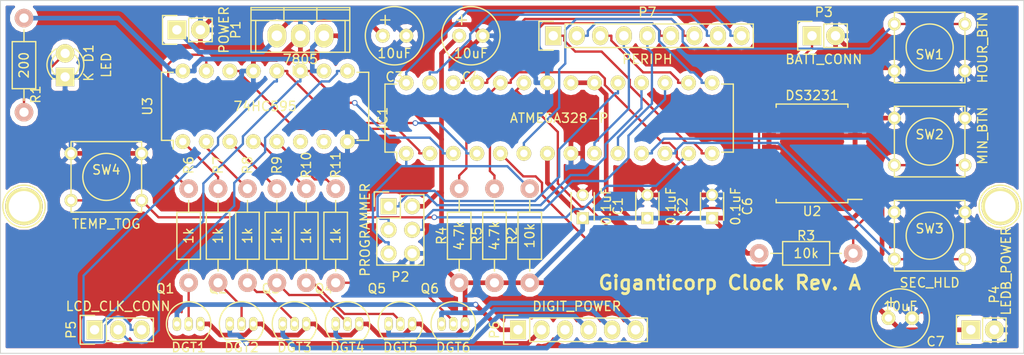
<source format=kicad_pcb>
(kicad_pcb (version 4) (host pcbnew "(2015-07-22 BZR 5980)-product")
  (layers (0 F.Cu signal) (31 B.Cu signal) (34 B.Paste user) (35 F.Paste user) (36 B.SilkS user) (37 F.SilkS user) (38 B.Mask user) (39 F.Mask user) (44 Edge.Cuts user))
  (net 0 "")
  (net 1 "Net-(D1-Pad2)")
  (net 2 PROG_RESET)
  (net 3 "Net-(IC1-Pad2)")
  (net 4 CLK)
  (net 5 SDL)
  (net 6 "Net-(IC1-Pad5)")
  (net 7 "Net-(IC1-Pad6)")
  (net 8 "Net-(IC1-Pad11)")
  (net 9 "Net-(IC1-Pad12)")
  (net 10 "Net-(IC1-Pad13)")
  (net 11 "Net-(IC1-Pad14)")
  (net 12 "Net-(IC1-Pad15)")
  (net 13 "Net-(IC1-Pad16)")
  (net 14 PROG_MOSI)
  (net 15 PROG_MISO)
  (net 16 PROG_SCK)
  (net 17 I2C_CLK)
  (net 18 I2C_DATA)
  (net 19 "Net-(IC1-Pad25)")
  (net 20 "Net-(IC1-Pad26)")
  (net 21 "Net-(IC1-Pad27)")
  (net 22 "Net-(IC1-Pad28)")
  (net 23 PROG_VCC)
  (net 24 PROG_GND)
  (net 25 "Net-(P3-Pad1)")
  (net 26 "Net-(P5-Pad2)")
  (net 27 "Net-(R6-Pad2)")
  (net 28 "Net-(R7-Pad2)")
  (net 29 "Net-(R8-Pad2)")
  (net 30 "Net-(U3-Pad6)")
  (net 31 "Net-(U3-Pad7)")
  (net 32 "Net-(R9-Pad2)")
  (net 33 "Net-(R10-Pad2)")
  (net 34 /DIG1)
  (net 35 /DIG2)
  (net 36 /DIG3)
  (net 37 /DIG4)
  (net 38 /DIG5)
  (net 39 /DIG6)
  (net 40 "Net-(IC1-Pad9)")
  (net 41 "Net-(IC1-Pad10)")
  (net 42 "Net-(C3-Pad1)")
  (net 43 "Net-(Q1-Pad2)")
  (net 44 "Net-(Q2-Pad2)")
  (net 45 "Net-(Q3-Pad2)")
  (net 46 "Net-(Q4-Pad2)")
  (net 47 "Net-(Q5-Pad2)")
  (net 48 "Net-(Q6-Pad2)")
  (net 49 "Net-(R11-Pad2)")
  (net 50 "Net-(U2-Pad1)")
  (module Resistors_ThroughHole:Resistor_Horizontal_RM10mm (layer F.Cu) (at 89.535 127 90)
    (fp_text reference R7 (at 7.62 0 90) (layer F.SilkS))
    (fp_text value 1k (at 0 0 90) (layer F.SilkS))
    (pad 1 thru_hole circle (at -5.08 0 90) (size 1.99898 1.99898) (drill 1.00076) (layers *.Cu *.SilkS *.Mask) (net 44 "Net-(Q2-Pad2)"))
    (pad 2 thru_hole circle (at 5.08 0 90) (size 1.99898 1.99898) (drill 1.00076) (layers *.Cu *.SilkS *.Mask) (net 28 "Net-(R7-Pad2)"))
  )
  (module Capacitors_ThroughHole:C_Disc_D3_P2.5 (layer F.Cu) (at 128.905 125.095 90)
    (fp_text reference C1 (at 1.27 3.81 90) (layer F.SilkS))
    (fp_text value 0.1uF (at 1.27 2.54 90) (layer F.SilkS))
    (pad 1 thru_hole rect (at 0 0 90) (size 1.3 1.3) (drill 0.8) (layers *.Cu *.Mask F.SilkS) (net 23 PROG_VCC))
    (pad 2 thru_hole circle (at 2.5 0 90) (size 1.3 1.3) (drill 0.8001) (layers *.Cu *.Mask F.SilkS) (net 24 PROG_GND))
  )
  (module LEDs:LED-3MM (layer F.Cu) (at 73.025 109.855 90)
    (fp_text reference D1 (at 2.54 2.54 90) (layer F.SilkS))
    (fp_text value LED (at 1.27 4.445 90) (layer F.SilkS))
    (fp_text user K (at 0 2.54 90) (layer F.SilkS))
    (pad 1 thru_hole rect (at 0 0 180) (size 2 2) (drill 1.00076) (layers *.Cu *.Mask F.SilkS) (net 24 PROG_GND))
    (pad 2 thru_hole circle (at 2.54 0 90) (size 2 2) (drill 1.00076) (layers *.Cu *.Mask F.SilkS) (net 1 "Net-(D1-Pad2)"))
  )
  (module Housings_DIP:DIP-28_W7.62mm (layer F.Cu) (at 109.855 118.11 90)
    (fp_text reference IC1 (at 3.81 -2.54 90) (layer F.SilkS))
    (fp_text value ATMEGA328-P (at 3.81 16.51 180) (layer F.SilkS))
    (pad 1 thru_hole oval (at 0 0 90) (size 1.6 1.6) (drill 0.8) (layers *.Cu *.Mask F.SilkS) (net 2 PROG_RESET))
    (pad 2 thru_hole oval (at 0 2.54 90) (size 1.6 1.6) (drill 0.8) (layers *.Cu *.Mask F.SilkS) (net 3 "Net-(IC1-Pad2)"))
    (pad 3 thru_hole oval (at 0 5.08 90) (size 1.6 1.6) (drill 0.8) (layers *.Cu *.Mask F.SilkS) (net 4 CLK))
    (pad 4 thru_hole oval (at 0 7.62 90) (size 1.6 1.6) (drill 0.8) (layers *.Cu *.Mask F.SilkS) (net 5 SDL))
    (pad 5 thru_hole oval (at 0 10.16 90) (size 1.6 1.6) (drill 0.8) (layers *.Cu *.Mask F.SilkS) (net 6 "Net-(IC1-Pad5)"))
    (pad 6 thru_hole oval (at 0 12.7 90) (size 1.6 1.6) (drill 0.8) (layers *.Cu *.Mask F.SilkS) (net 7 "Net-(IC1-Pad6)"))
    (pad 7 thru_hole oval (at 0 15.24 90) (size 1.6 1.6) (drill 0.8) (layers *.Cu *.Mask F.SilkS) (net 23 PROG_VCC))
    (pad 8 thru_hole oval (at 0 17.78 90) (size 1.6 1.6) (drill 0.8) (layers *.Cu *.Mask F.SilkS) (net 24 PROG_GND))
    (pad 9 thru_hole oval (at 0 20.32 90) (size 1.6 1.6) (drill 0.8) (layers *.Cu *.Mask F.SilkS) (net 40 "Net-(IC1-Pad9)"))
    (pad 10 thru_hole oval (at 0 22.86 90) (size 1.6 1.6) (drill 0.8) (layers *.Cu *.Mask F.SilkS) (net 41 "Net-(IC1-Pad10)"))
    (pad 11 thru_hole oval (at 0 25.4 90) (size 1.6 1.6) (drill 0.8) (layers *.Cu *.Mask F.SilkS) (net 8 "Net-(IC1-Pad11)"))
    (pad 12 thru_hole oval (at 0 27.94 90) (size 1.6 1.6) (drill 0.8) (layers *.Cu *.Mask F.SilkS) (net 9 "Net-(IC1-Pad12)"))
    (pad 13 thru_hole oval (at 0 30.48 90) (size 1.6 1.6) (drill 0.8) (layers *.Cu *.Mask F.SilkS) (net 10 "Net-(IC1-Pad13)"))
    (pad 14 thru_hole oval (at 0 33.02 90) (size 1.6 1.6) (drill 0.8) (layers *.Cu *.Mask F.SilkS) (net 11 "Net-(IC1-Pad14)"))
    (pad 15 thru_hole oval (at 7.62 33.02 90) (size 1.6 1.6) (drill 0.8) (layers *.Cu *.Mask F.SilkS) (net 12 "Net-(IC1-Pad15)"))
    (pad 16 thru_hole oval (at 7.62 30.48 90) (size 1.6 1.6) (drill 0.8) (layers *.Cu *.Mask F.SilkS) (net 13 "Net-(IC1-Pad16)"))
    (pad 17 thru_hole oval (at 7.62 27.94 90) (size 1.6 1.6) (drill 0.8) (layers *.Cu *.Mask F.SilkS) (net 14 PROG_MOSI))
    (pad 18 thru_hole oval (at 7.62 25.4 90) (size 1.6 1.6) (drill 0.8) (layers *.Cu *.Mask F.SilkS) (net 15 PROG_MISO))
    (pad 19 thru_hole oval (at 7.62 22.86 90) (size 1.6 1.6) (drill 0.8) (layers *.Cu *.Mask F.SilkS) (net 16 PROG_SCK))
    (pad 20 thru_hole oval (at 7.62 20.32 90) (size 1.6 1.6) (drill 0.8) (layers *.Cu *.Mask F.SilkS) (net 23 PROG_VCC))
    (pad 21 thru_hole oval (at 7.62 17.78 90) (size 1.6 1.6) (drill 0.8) (layers *.Cu *.Mask F.SilkS) (net 23 PROG_VCC))
    (pad 22 thru_hole oval (at 7.62 15.24 90) (size 1.6 1.6) (drill 0.8) (layers *.Cu *.Mask F.SilkS) (net 24 PROG_GND))
    (pad 23 thru_hole oval (at 7.62 12.7 90) (size 1.6 1.6) (drill 0.8) (layers *.Cu *.Mask F.SilkS) (net 17 I2C_CLK))
    (pad 24 thru_hole oval (at 7.62 10.16 90) (size 1.6 1.6) (drill 0.8) (layers *.Cu *.Mask F.SilkS) (net 18 I2C_DATA))
    (pad 25 thru_hole oval (at 7.62 7.62 90) (size 1.6 1.6) (drill 0.8) (layers *.Cu *.Mask F.SilkS) (net 19 "Net-(IC1-Pad25)"))
    (pad 26 thru_hole oval (at 7.62 5.08 90) (size 1.6 1.6) (drill 0.8) (layers *.Cu *.Mask F.SilkS) (net 20 "Net-(IC1-Pad26)"))
    (pad 27 thru_hole oval (at 7.62 2.54 90) (size 1.6 1.6) (drill 0.8) (layers *.Cu *.Mask F.SilkS) (net 21 "Net-(IC1-Pad27)"))
    (pad 28 thru_hole oval (at 7.62 0 90) (size 1.6 1.6) (drill 0.8) (layers *.Cu *.Mask F.SilkS) (net 22 "Net-(IC1-Pad28)"))
  )
  (module Pin_Headers:Pin_Header_Straight_2x03 (layer F.Cu) (at 107.95 123.825)
    (fp_text reference P2 (at 1.27 7.62) (layer F.SilkS))
    (fp_text value PROGRAMMER (at -2.54 2.54 90) (layer F.SilkS))
    (pad 1 thru_hole rect (at 0 0) (size 1.7272 1.7272) (drill 1.016) (layers *.Cu *.Mask F.SilkS) (net 15 PROG_MISO))
    (pad 2 thru_hole oval (at 2.54 0) (size 1.7272 1.7272) (drill 1.016) (layers *.Cu *.Mask F.SilkS) (net 23 PROG_VCC))
    (pad 3 thru_hole oval (at 0 2.54) (size 1.7272 1.7272) (drill 1.016) (layers *.Cu *.Mask F.SilkS) (net 16 PROG_SCK))
    (pad 4 thru_hole oval (at 2.54 2.54) (size 1.7272 1.7272) (drill 1.016) (layers *.Cu *.Mask F.SilkS) (net 14 PROG_MOSI))
    (pad 5 thru_hole oval (at 0 5.08) (size 1.7272 1.7272) (drill 1.016) (layers *.Cu *.Mask F.SilkS) (net 2 PROG_RESET))
    (pad 6 thru_hole oval (at 2.54 5.08) (size 1.7272 1.7272) (drill 1.016) (layers *.Cu *.Mask F.SilkS) (net 24 PROG_GND))
  )
  (module Pin_Headers:Pin_Header_Straight_1x02 (layer F.Cu) (at 170.815 137.16 90)
    (fp_text reference P4 (at 3.81 2.54 90) (layer F.SilkS))
    (fp_text value LEDB_POWER (at 6.35 3.81 270) (layer F.SilkS))
    (pad 1 thru_hole rect (at 0 0 90) (size 2.032 2.032) (drill 1.016) (layers *.Cu *.Mask F.SilkS) (net 23 PROG_VCC))
    (pad 2 thru_hole oval (at 0 2.54 90) (size 2.032 2.032) (drill 1.016) (layers *.Cu *.Mask F.SilkS) (net 24 PROG_GND))
  )
  (module Pin_Headers:Pin_Header_Straight_1x03 (layer F.Cu) (at 76.2 137.16 90)
    (fp_text reference P5 (at 0 -2.54 90) (layer F.SilkS))
    (fp_text value LCD_CLK_CONN (at 2.54 2.54 180) (layer F.SilkS))
    (pad 1 thru_hole rect (at 0 0 90) (size 2.032 1.7272) (drill 1.016) (layers *.Cu *.Mask F.SilkS) (net 4 CLK))
    (pad 2 thru_hole oval (at 0 2.54 90) (size 2.032 1.7272) (drill 1.016) (layers *.Cu *.Mask F.SilkS) (net 26 "Net-(P5-Pad2)"))
    (pad 3 thru_hole oval (at 0 5.08 90) (size 2.032 1.7272) (drill 1.016) (layers *.Cu *.Mask F.SilkS) (net 5 SDL))
  )
  (module Pin_Headers:Pin_Header_Straight_1x06 (layer F.Cu) (at 121.92 137.16 90)
    (fp_text reference P6 (at 0 -2.54 90) (layer F.SilkS))
    (fp_text value DIGIT_POWER (at 2.54 6.35 180) (layer F.SilkS))
    (pad 1 thru_hole rect (at 0 0 90) (size 2.032 1.7272) (drill 1.016) (layers *.Cu *.Mask F.SilkS) (net 34 /DIG1))
    (pad 2 thru_hole oval (at 0 2.54 90) (size 2.032 1.7272) (drill 1.016) (layers *.Cu *.Mask F.SilkS) (net 35 /DIG2))
    (pad 3 thru_hole oval (at 0 5.08 90) (size 2.032 1.7272) (drill 1.016) (layers *.Cu *.Mask F.SilkS) (net 36 /DIG3))
    (pad 4 thru_hole oval (at 0 7.62 90) (size 2.032 1.7272) (drill 1.016) (layers *.Cu *.Mask F.SilkS) (net 37 /DIG4))
    (pad 5 thru_hole oval (at 0 10.16 90) (size 2.032 1.7272) (drill 1.016) (layers *.Cu *.Mask F.SilkS) (net 38 /DIG5))
    (pad 6 thru_hole oval (at 0 12.7 90) (size 2.032 1.7272) (drill 1.016) (layers *.Cu *.Mask F.SilkS) (net 39 /DIG6))
  )
  (module Housings_TO-92:TO-92_Inline_Narrow_Oval (layer F.Cu) (at 85.09 136.525)
    (fp_text reference Q1 (at -1.27 -3.81) (layer F.SilkS))
    (fp_text value DGT1 (at 1.27 2.54) (layer F.SilkS))
    (pad 2 thru_hole oval (at 1.27 0 180) (size 0.89916 1.50114) (drill 0.6) (layers *.Cu *.Mask F.SilkS) (net 43 "Net-(Q1-Pad2)"))
    (pad 3 thru_hole oval (at 2.54 0 180) (size 0.89916 1.50114) (drill 0.6) (layers *.Cu *.Mask F.SilkS) (net 23 PROG_VCC))
    (pad 1 thru_hole oval (at 0 0 180) (size 0.89916 1.50114) (drill 0.6) (layers *.Cu *.Mask F.SilkS) (net 34 /DIG1))
  )
  (module Housings_TO-92:TO-92_Inline_Narrow_Oval (layer F.Cu) (at 90.805 136.525)
    (fp_text reference Q2 (at -1.27 -3.81) (layer F.SilkS))
    (fp_text value DGT2 (at 1.27 2.54) (layer F.SilkS))
    (pad 2 thru_hole oval (at 1.27 0 180) (size 0.89916 1.50114) (drill 0.6) (layers *.Cu *.Mask F.SilkS) (net 44 "Net-(Q2-Pad2)"))
    (pad 3 thru_hole oval (at 2.54 0 180) (size 0.89916 1.50114) (drill 0.6) (layers *.Cu *.Mask F.SilkS) (net 23 PROG_VCC))
    (pad 1 thru_hole oval (at 0 0 180) (size 0.89916 1.50114) (drill 0.6) (layers *.Cu *.Mask F.SilkS) (net 35 /DIG2))
  )
  (module Housings_TO-92:TO-92_Inline_Narrow_Oval (layer F.Cu) (at 96.52 136.525)
    (fp_text reference Q3 (at -1.27 -3.81) (layer F.SilkS))
    (fp_text value DGT3 (at 1.27 2.54) (layer F.SilkS))
    (pad 2 thru_hole oval (at 1.27 0 180) (size 0.89916 1.50114) (drill 0.6) (layers *.Cu *.Mask F.SilkS) (net 45 "Net-(Q3-Pad2)"))
    (pad 3 thru_hole oval (at 2.54 0 180) (size 0.89916 1.50114) (drill 0.6) (layers *.Cu *.Mask F.SilkS) (net 23 PROG_VCC))
    (pad 1 thru_hole oval (at 0 0 180) (size 0.89916 1.50114) (drill 0.6) (layers *.Cu *.Mask F.SilkS) (net 36 /DIG3))
  )
  (module Housings_TO-92:TO-92_Inline_Narrow_Oval (layer F.Cu) (at 102.235 136.525)
    (fp_text reference Q4 (at -1.27 -3.81) (layer F.SilkS))
    (fp_text value DGT4 (at 1.27 2.54) (layer F.SilkS))
    (pad 2 thru_hole oval (at 1.27 0 180) (size 0.89916 1.50114) (drill 0.6) (layers *.Cu *.Mask F.SilkS) (net 46 "Net-(Q4-Pad2)"))
    (pad 3 thru_hole oval (at 2.54 0 180) (size 0.89916 1.50114) (drill 0.6) (layers *.Cu *.Mask F.SilkS) (net 23 PROG_VCC))
    (pad 1 thru_hole oval (at 0 0 180) (size 0.89916 1.50114) (drill 0.6) (layers *.Cu *.Mask F.SilkS) (net 37 /DIG4))
  )
  (module Housings_TO-92:TO-92_Inline_Narrow_Oval (layer F.Cu) (at 107.95 136.525)
    (fp_text reference Q5 (at -1.27 -3.81) (layer F.SilkS))
    (fp_text value DGT5 (at 1.27 2.54) (layer F.SilkS))
    (pad 2 thru_hole oval (at 1.27 0 180) (size 0.89916 1.50114) (drill 0.6) (layers *.Cu *.Mask F.SilkS) (net 47 "Net-(Q5-Pad2)"))
    (pad 3 thru_hole oval (at 2.54 0 180) (size 0.89916 1.50114) (drill 0.6) (layers *.Cu *.Mask F.SilkS) (net 23 PROG_VCC))
    (pad 1 thru_hole oval (at 0 0 180) (size 0.89916 1.50114) (drill 0.6) (layers *.Cu *.Mask F.SilkS) (net 38 /DIG5))
  )
  (module Housings_TO-92:TO-92_Inline_Narrow_Oval (layer F.Cu) (at 113.665 136.525)
    (fp_text reference Q6 (at -1.27 -3.81) (layer F.SilkS))
    (fp_text value DGT6 (at 1.27 2.54) (layer F.SilkS))
    (pad 2 thru_hole oval (at 1.27 0 180) (size 0.89916 1.50114) (drill 0.6) (layers *.Cu *.Mask F.SilkS) (net 48 "Net-(Q6-Pad2)"))
    (pad 3 thru_hole oval (at 2.54 0 180) (size 0.89916 1.50114) (drill 0.6) (layers *.Cu *.Mask F.SilkS) (net 23 PROG_VCC))
    (pad 1 thru_hole oval (at 0 0 180) (size 0.89916 1.50114) (drill 0.6) (layers *.Cu *.Mask F.SilkS) (net 39 /DIG6))
  )
  (module Resistors_ThroughHole:Resistor_Horizontal_RM10mm (layer F.Cu) (at 68.58 108.585 90)
    (fp_text reference R1 (at -3.175 1.27 90) (layer F.SilkS))
    (fp_text value 200 (at 0 0 90) (layer F.SilkS))
    (pad 1 thru_hole circle (at -5.08 0 90) (size 1.99898 1.99898) (drill 1.00076) (layers *.Cu *.SilkS *.Mask) (net 1 "Net-(D1-Pad2)"))
    (pad 2 thru_hole circle (at 5.08 0 90) (size 1.99898 1.99898) (drill 1.00076) (layers *.Cu *.SilkS *.Mask) (net 23 PROG_VCC))
  )
  (module Resistors_ThroughHole:Resistor_Horizontal_RM10mm (layer F.Cu) (at 123.19 127 90)
    (fp_text reference R2 (at 0 -1.905 90) (layer F.SilkS))
    (fp_text value 10k (at 0 0 90) (layer F.SilkS))
    (pad 1 thru_hole circle (at -5.08 0 90) (size 1.99898 1.99898) (drill 1.00076) (layers *.Cu *.SilkS *.Mask) (net 23 PROG_VCC))
    (pad 2 thru_hole circle (at 5.08 0 90) (size 1.99898 1.99898) (drill 1.00076) (layers *.Cu *.SilkS *.Mask) (net 2 PROG_RESET))
  )
  (module Resistors_ThroughHole:Resistor_Horizontal_RM10mm (layer F.Cu) (at 86.36 127 90)
    (fp_text reference R6 (at 7.62 0 90) (layer F.SilkS))
    (fp_text value 1k (at 0 0 90) (layer F.SilkS))
    (pad 1 thru_hole circle (at -5.08 0 90) (size 1.99898 1.99898) (drill 1.00076) (layers *.Cu *.SilkS *.Mask) (net 43 "Net-(Q1-Pad2)"))
    (pad 2 thru_hole circle (at 5.08 0 90) (size 1.99898 1.99898) (drill 1.00076) (layers *.Cu *.SilkS *.Mask) (net 27 "Net-(R6-Pad2)"))
  )
  (module Resistors_ThroughHole:Resistor_Horizontal_RM10mm (layer F.Cu) (at 92.71 127 90)
    (fp_text reference R8 (at 7.62 0 90) (layer F.SilkS))
    (fp_text value 1k (at 0 0 90) (layer F.SilkS))
    (pad 1 thru_hole circle (at -5.08 0 90) (size 1.99898 1.99898) (drill 1.00076) (layers *.Cu *.SilkS *.Mask) (net 45 "Net-(Q3-Pad2)"))
    (pad 2 thru_hole circle (at 5.08 0 90) (size 1.99898 1.99898) (drill 1.00076) (layers *.Cu *.SilkS *.Mask) (net 29 "Net-(R8-Pad2)"))
  )
  (module Buttons_Switches_ThroughHole:SW_PUSH_SMALL (layer F.Cu) (at 166.37 106.68 180)
    (fp_text reference SW1 (at 0 -0.762 180) (layer F.SilkS))
    (fp_text value HOUR_BTN (at -5.715 0 450) (layer F.SilkS))
    (pad 1 thru_hole circle (at 3.81 -2.54 180) (size 1.397 1.397) (drill 0.8128) (layers *.Cu *.Mask F.SilkS) (net 24 PROG_GND))
    (pad 2 thru_hole circle (at 3.81 2.54 180) (size 1.397 1.397) (drill 0.8128) (layers *.Cu *.Mask F.SilkS) (net 7 "Net-(IC1-Pad6)"))
    (pad 1 thru_hole circle (at -3.81 -2.54 180) (size 1.397 1.397) (drill 0.8128) (layers *.Cu *.Mask F.SilkS) (net 24 PROG_GND))
    (pad 2 thru_hole circle (at -3.81 2.54 180) (size 1.397 1.397) (drill 0.8128) (layers *.Cu *.Mask F.SilkS) (net 7 "Net-(IC1-Pad6)"))
  )
  (module Buttons_Switches_ThroughHole:SW_PUSH_SMALL (layer F.Cu) (at 166.37 116.84)
    (fp_text reference SW2 (at 0 -0.762) (layer F.SilkS))
    (fp_text value MIN_BTN (at 5.715 -0.635 90) (layer F.SilkS))
    (pad 1 thru_hole circle (at 3.81 -2.54) (size 1.397 1.397) (drill 0.8128) (layers *.Cu *.Mask F.SilkS) (net 24 PROG_GND))
    (pad 2 thru_hole circle (at 3.81 2.54) (size 1.397 1.397) (drill 0.8128) (layers *.Cu *.Mask F.SilkS) (net 8 "Net-(IC1-Pad11)"))
    (pad 1 thru_hole circle (at -3.81 -2.54) (size 1.397 1.397) (drill 0.8128) (layers *.Cu *.Mask F.SilkS) (net 24 PROG_GND))
    (pad 2 thru_hole circle (at -3.81 2.54) (size 1.397 1.397) (drill 0.8128) (layers *.Cu *.Mask F.SilkS) (net 8 "Net-(IC1-Pad11)"))
  )
  (module Buttons_Switches_ThroughHole:SW_PUSH_SMALL (layer F.Cu) (at 166.37 127)
    (fp_text reference SW3 (at 0 -0.762) (layer F.SilkS))
    (fp_text value SEC_HLD (at 0 5.08) (layer F.SilkS))
    (pad 1 thru_hole circle (at 3.81 -2.54) (size 1.397 1.397) (drill 0.8128) (layers *.Cu *.Mask F.SilkS) (net 24 PROG_GND))
    (pad 2 thru_hole circle (at 3.81 2.54) (size 1.397 1.397) (drill 0.8128) (layers *.Cu *.Mask F.SilkS) (net 9 "Net-(IC1-Pad12)"))
    (pad 1 thru_hole circle (at -3.81 -2.54) (size 1.397 1.397) (drill 0.8128) (layers *.Cu *.Mask F.SilkS) (net 24 PROG_GND))
    (pad 2 thru_hole circle (at -3.81 2.54) (size 1.397 1.397) (drill 0.8128) (layers *.Cu *.Mask F.SilkS) (net 9 "Net-(IC1-Pad12)"))
  )
  (module Buttons_Switches_ThroughHole:SW_PUSH_SMALL (layer F.Cu) (at 77.47 120.65)
    (fp_text reference SW4 (at 0 -0.762) (layer F.SilkS))
    (fp_text value TEMP_TOG (at 0 5.08) (layer F.SilkS))
    (pad 1 thru_hole circle (at 3.81 -2.54) (size 1.397 1.397) (drill 0.8128) (layers *.Cu *.Mask F.SilkS) (net 24 PROG_GND))
    (pad 2 thru_hole circle (at 3.81 2.54) (size 1.397 1.397) (drill 0.8128) (layers *.Cu *.Mask F.SilkS) (net 10 "Net-(IC1-Pad13)"))
    (pad 1 thru_hole circle (at -3.81 -2.54) (size 1.397 1.397) (drill 0.8128) (layers *.Cu *.Mask F.SilkS) (net 24 PROG_GND))
    (pad 2 thru_hole circle (at -3.81 2.54) (size 1.397 1.397) (drill 0.8128) (layers *.Cu *.Mask F.SilkS) (net 10 "Net-(IC1-Pad13)"))
  )
  (module Power_Integrations:TO-220 (layer F.Cu) (at 98.425 105.41)
    (fp_text reference U1 (at 0 3.81) (layer F.SilkS))
    (fp_text value 7805 (at 0 2.54) (layer F.SilkS))
    (pad 2 thru_hole oval (at 0 0) (size 2.032 2.54) (drill 1.143) (layers *.Cu *.Mask F.SilkS) (net 24 PROG_GND))
    (pad 3 thru_hole oval (at 2.54 0) (size 2.032 2.54) (drill 1.143) (layers *.Cu *.Mask F.SilkS) (net 23 PROG_VCC))
    (pad 1 thru_hole oval (at -2.54 0) (size 2.032 2.54) (drill 1.143) (layers *.Cu *.Mask F.SilkS) (net 42 "Net-(C3-Pad1)"))
  )
  (module Housings_DIP:DIP-16_W7.62mm (layer F.Cu) (at 85.725 116.84 90)
    (fp_text reference U3 (at 3.81 -3.81 90) (layer F.SilkS))
    (fp_text value 74HC595 (at 3.81 8.89 180) (layer F.SilkS))
    (pad 1 thru_hole oval (at 0 0 90) (size 1.6 1.6) (drill 0.8) (layers *.Cu *.Mask F.SilkS) (net 28 "Net-(R7-Pad2)"))
    (pad 2 thru_hole oval (at 0 2.54 90) (size 1.6 1.6) (drill 0.8) (layers *.Cu *.Mask F.SilkS) (net 29 "Net-(R8-Pad2)"))
    (pad 3 thru_hole oval (at 0 5.08 90) (size 1.6 1.6) (drill 0.8) (layers *.Cu *.Mask F.SilkS) (net 32 "Net-(R9-Pad2)"))
    (pad 4 thru_hole oval (at 0 7.62 90) (size 1.6 1.6) (drill 0.8) (layers *.Cu *.Mask F.SilkS) (net 33 "Net-(R10-Pad2)"))
    (pad 5 thru_hole oval (at 0 10.16 90) (size 1.6 1.6) (drill 0.8) (layers *.Cu *.Mask F.SilkS) (net 49 "Net-(R11-Pad2)"))
    (pad 6 thru_hole oval (at 0 12.7 90) (size 1.6 1.6) (drill 0.8) (layers *.Cu *.Mask F.SilkS) (net 30 "Net-(U3-Pad6)"))
    (pad 7 thru_hole oval (at 0 15.24 90) (size 1.6 1.6) (drill 0.8) (layers *.Cu *.Mask F.SilkS) (net 31 "Net-(U3-Pad7)"))
    (pad 8 thru_hole oval (at 0 17.78 90) (size 1.6 1.6) (drill 0.8) (layers *.Cu *.Mask F.SilkS) (net 24 PROG_GND))
    (pad 9 thru_hole oval (at 7.62 17.78 90) (size 1.6 1.6) (drill 0.8) (layers *.Cu *.Mask F.SilkS) (net 26 "Net-(P5-Pad2)"))
    (pad 10 thru_hole oval (at 7.62 15.24 90) (size 1.6 1.6) (drill 0.8) (layers *.Cu *.Mask F.SilkS) (net 23 PROG_VCC))
    (pad 11 thru_hole oval (at 7.62 12.7 90) (size 1.6 1.6) (drill 0.8) (layers *.Cu *.Mask F.SilkS) (net 4 CLK))
    (pad 12 thru_hole oval (at 7.62 10.16 90) (size 1.6 1.6) (drill 0.8) (layers *.Cu *.Mask F.SilkS) (net 5 SDL))
    (pad 13 thru_hole oval (at 7.62 7.62 90) (size 1.6 1.6) (drill 0.8) (layers *.Cu *.Mask F.SilkS) (net 24 PROG_GND))
    (pad 14 thru_hole oval (at 7.62 5.08 90) (size 1.6 1.6) (drill 0.8) (layers *.Cu *.Mask F.SilkS) (net 3 "Net-(IC1-Pad2)"))
    (pad 15 thru_hole oval (at 7.62 2.54 90) (size 1.6 1.6) (drill 0.8) (layers *.Cu *.Mask F.SilkS) (net 27 "Net-(R6-Pad2)"))
    (pad 16 thru_hole oval (at 7.62 0 90) (size 1.6 1.6) (drill 0.8) (layers *.Cu *.Mask F.SilkS) (net 23 PROG_VCC))
  )
  (module Resistors_ThroughHole:Resistor_Horizontal_RM10mm (layer F.Cu) (at 95.885 127 90)
    (fp_text reference R9 (at 7.62 0 90) (layer F.SilkS))
    (fp_text value 1k (at 0 0 90) (layer F.SilkS))
    (pad 1 thru_hole circle (at -5.08 0 90) (size 1.99898 1.99898) (drill 1.00076) (layers *.Cu *.SilkS *.Mask) (net 46 "Net-(Q4-Pad2)"))
    (pad 2 thru_hole circle (at 5.08 0 90) (size 1.99898 1.99898) (drill 1.00076) (layers *.Cu *.SilkS *.Mask) (net 32 "Net-(R9-Pad2)"))
  )
  (module Resistors_ThroughHole:Resistor_Horizontal_RM10mm (layer F.Cu) (at 99.06 127 90)
    (fp_text reference R10 (at 7.62 0 90) (layer F.SilkS))
    (fp_text value 1k (at 0 0 90) (layer F.SilkS))
    (pad 1 thru_hole circle (at -5.08 0 90) (size 1.99898 1.99898) (drill 1.00076) (layers *.Cu *.SilkS *.Mask) (net 47 "Net-(Q5-Pad2)"))
    (pad 2 thru_hole circle (at 5.08 0 90) (size 1.99898 1.99898) (drill 1.00076) (layers *.Cu *.SilkS *.Mask) (net 33 "Net-(R10-Pad2)"))
  )
  (module Pin_Headers:Pin_Header_Straight_1x02 (layer F.Cu) (at 85.09 104.775 90)
    (fp_text reference P1 (at 0 6.35 90) (layer F.SilkS))
    (fp_text value POWER (at 0 5.08 90) (layer F.SilkS))
    (pad 1 thru_hole rect (at 0 0 90) (size 2.032 2.032) (drill 1.016) (layers *.Cu *.Mask F.SilkS) (net 42 "Net-(C3-Pad1)"))
    (pad 2 thru_hole oval (at 0 2.54 90) (size 2.032 2.032) (drill 1.016) (layers *.Cu *.Mask F.SilkS) (net 24 PROG_GND))
  )
  (module Capacitors_ThroughHole:C_Disc_D3_P2.5 (layer F.Cu) (at 135.89 125.095 90)
    (fp_text reference C2 (at 1.27 3.81 90) (layer F.SilkS))
    (fp_text value 0.1uF (at 1.27 2.54 90) (layer F.SilkS))
    (pad 1 thru_hole rect (at 0 0 90) (size 1.3 1.3) (drill 0.8) (layers *.Cu *.Mask F.SilkS) (net 23 PROG_VCC))
    (pad 2 thru_hole circle (at 2.5 0 90) (size 1.3 1.3) (drill 0.8001) (layers *.Cu *.Mask F.SilkS) (net 24 PROG_GND))
  )
  (module Capacitors_Elko_ThroughHole:Elko_vert_11.2x6.3mm_RM2.5 (layer F.Cu) (at 107.315 105.41)
    (fp_text reference C3 (at 1.27 4.445) (layer F.SilkS))
    (fp_text value 10uF (at 1.27 1.905) (layer F.SilkS))
    (fp_line (start 0.26924 -1.69926) (end 0.76962 -1.69926) (layer F.Cu) (width 0.15))
    (fp_line (start 0.26924 -1.69926) (end 0.26924 -2.19964) (layer F.Cu) (width 0.15))
    (fp_line (start -0.23114 -1.69926) (end 0.26924 -1.69926) (layer F.Cu) (width 0.15))
    (fp_line (start 0.26924 -1.69926) (end 0.26924 -1.30048) (layer F.Cu) (width 0.15))
    (fp_line (start 0.26924 -1.30048) (end 0.26924 -1.19888) (layer F.Cu) (width 0.15))
    (pad 2 thru_hole circle (at 2.54 0) (size 1.50114 1.50114) (drill 0.8001) (layers *.Cu *.Mask F.SilkS) (net 24 PROG_GND))
    (pad 1 thru_hole circle (at 0 0) (size 1.50114 1.50114) (drill 0.8001) (layers *.Cu *.Mask F.SilkS) (net 42 "Net-(C3-Pad1)"))
  )
  (module Capacitors_Elko_ThroughHole:Elko_vert_11.2x6.3mm_RM2.5 (layer F.Cu) (at 115.57 105.41)
    (fp_text reference C4 (at 1.27 4.445) (layer F.SilkS))
    (fp_text value 10uF (at 1.27 1.905) (layer F.SilkS))
    (fp_line (start 0.26924 -1.69926) (end 0.76962 -1.69926) (layer F.Cu) (width 0.15))
    (fp_line (start 0.26924 -1.69926) (end 0.26924 -2.19964) (layer F.Cu) (width 0.15))
    (fp_line (start -0.23114 -1.69926) (end 0.26924 -1.69926) (layer F.Cu) (width 0.15))
    (fp_line (start 0.26924 -1.69926) (end 0.26924 -1.30048) (layer F.Cu) (width 0.15))
    (fp_line (start 0.26924 -1.30048) (end 0.26924 -1.19888) (layer F.Cu) (width 0.15))
    (pad 2 thru_hole circle (at 2.54 0) (size 1.50114 1.50114) (drill 0.8001) (layers *.Cu *.Mask F.SilkS) (net 24 PROG_GND))
    (pad 1 thru_hole circle (at 0 0) (size 1.50114 1.50114) (drill 0.8001) (layers *.Cu *.Mask F.SilkS) (net 23 PROG_VCC))
  )
  (module Capacitors_ThroughHole:C_Disc_D3_P2.5 (layer F.Cu) (at 142.875 125.095 90)
    (fp_text reference C6 (at 1.27 3.81 90) (layer F.SilkS))
    (fp_text value 0.1uF (at 1.27 2.54 90) (layer F.SilkS))
    (pad 1 thru_hole rect (at 0 0 90) (size 1.3 1.3) (drill 0.8) (layers *.Cu *.Mask F.SilkS) (net 23 PROG_VCC))
    (pad 2 thru_hole circle (at 2.5 0 90) (size 1.3 1.3) (drill 0.8001) (layers *.Cu *.Mask F.SilkS) (net 24 PROG_GND))
  )
  (module Connect:1pin (layer F.Cu) (at 68.58 123.825)
    (fp_text reference REF1 hide)
    (fp_text value 1pin hide)
    (pad 1 thru_hole circle (at 0 0) (size 4.064 4.064) (drill 3.302) (layers *.Cu *.Mask F.SilkS))
  )
  (module Connect:1pin (layer F.Cu) (at 173.99 123.825)
    (fp_text reference REF2 hide)
    (fp_text value 1pin hide)
    (pad 1 thru_hole circle (at 0 0) (size 4.064 4.064) (drill 3.302) (layers *.Cu *.Mask F.SilkS))
  )
  (module Capacitors_Elko_ThroughHole:Elko_vert_11.2x6.3mm_RM2.5 (layer F.Cu) (at 161.925 135.89)
    (fp_text reference C7 (at 5.08 2.54) (layer F.SilkS))
    (fp_text value 10uF (at 1.27 -1.27) (layer F.SilkS))
    (fp_line (start 0.26924 -1.69926) (end 0.76962 -1.69926) (layer F.Cu) (width 0.15))
    (fp_line (start 0.26924 -1.69926) (end 0.26924 -2.19964) (layer F.Cu) (width 0.15))
    (fp_line (start -0.23114 -1.69926) (end 0.26924 -1.69926) (layer F.Cu) (width 0.15))
    (fp_line (start 0.26924 -1.69926) (end 0.26924 -1.30048) (layer F.Cu) (width 0.15))
    (fp_line (start 0.26924 -1.30048) (end 0.26924 -1.19888) (layer F.Cu) (width 0.15))
    (pad 2 thru_hole circle (at 2.54 0) (size 1.50114 1.50114) (drill 0.8001) (layers *.Cu *.Mask F.SilkS) (net 24 PROG_GND))
    (pad 1 thru_hole circle (at 0 0) (size 1.50114 1.50114) (drill 0.8001) (layers *.Cu *.Mask F.SilkS) (net 23 PROG_VCC))
  )
  (module Pin_Headers:Pin_Header_Straight_1x02 (layer F.Cu) (at 153.67 105.41 90)
    (fp_text reference P3 (at 2.54 1.27 180) (layer F.SilkS))
    (fp_text value BATT_CONN (at -2.54 1.27 180) (layer F.SilkS))
    (pad 1 thru_hole rect (at 0 0 90) (size 2.032 2.032) (drill 1.016) (layers *.Cu *.Mask F.SilkS) (net 25 "Net-(P3-Pad1)"))
    (pad 2 thru_hole oval (at 0 2.54 90) (size 2.032 2.032) (drill 1.016) (layers *.Cu *.Mask F.SilkS) (net 24 PROG_GND))
  )
  (module Housings_SOIC:SOIC-16_7.5x10.3mm_Pitch1.27mm (layer F.Cu) (at 153.67 118.11 180)
    (fp_text reference U2 (at 0 -6.25 180) (layer F.SilkS))
    (fp_text value DS3231 (at 0 6.25 180) (layer F.SilkS))
    (pad 1 smd rect (at -4.65 -4.445 180) (size 1.5 0.6) (layers F.Cu F.Paste F.Mask) (net 50 "Net-(U2-Pad1)"))
    (pad 2 smd rect (at -4.65 -3.175 180) (size 1.5 0.6) (layers F.Cu F.Paste F.Mask) (net 23 PROG_VCC))
    (pad 3 smd rect (at -4.65 -1.905 180) (size 1.5 0.6) (layers F.Cu F.Paste F.Mask) (net 6 "Net-(IC1-Pad5)"))
    (pad 4 smd rect (at -4.65 -0.635 180) (size 1.5 0.6) (layers F.Cu F.Paste F.Mask) (net 23 PROG_VCC))
    (pad 5 smd rect (at -4.65 0.635 180) (size 1.5 0.6) (layers F.Cu F.Paste F.Mask) (net 24 PROG_GND))
    (pad 6 smd rect (at -4.65 1.905 180) (size 1.5 0.6) (layers F.Cu F.Paste F.Mask) (net 24 PROG_GND))
    (pad 7 smd rect (at -4.65 3.175 180) (size 1.5 0.6) (layers F.Cu F.Paste F.Mask) (net 24 PROG_GND))
    (pad 8 smd rect (at -4.65 4.445 180) (size 1.5 0.6) (layers F.Cu F.Paste F.Mask) (net 24 PROG_GND))
    (pad 9 smd rect (at 4.65 4.445 180) (size 1.5 0.6) (layers F.Cu F.Paste F.Mask) (net 24 PROG_GND))
    (pad 10 smd rect (at 4.65 3.175 180) (size 1.5 0.6) (layers F.Cu F.Paste F.Mask) (net 24 PROG_GND))
    (pad 11 smd rect (at 4.65 1.905 180) (size 1.5 0.6) (layers F.Cu F.Paste F.Mask) (net 24 PROG_GND))
    (pad 12 smd rect (at 4.65 0.635 180) (size 1.5 0.6) (layers F.Cu F.Paste F.Mask) (net 24 PROG_GND))
    (pad 13 smd rect (at 4.65 -0.635 180) (size 1.5 0.6) (layers F.Cu F.Paste F.Mask) (net 24 PROG_GND))
    (pad 14 smd rect (at 4.65 -1.905 180) (size 1.5 0.6) (layers F.Cu F.Paste F.Mask) (net 25 "Net-(P3-Pad1)"))
    (pad 15 smd rect (at 4.65 -3.175 180) (size 1.5 0.6) (layers F.Cu F.Paste F.Mask) (net 18 I2C_DATA))
    (pad 16 smd rect (at 4.65 -4.445 180) (size 1.5 0.6) (layers F.Cu F.Paste F.Mask) (net 17 I2C_CLK))
  )
  (module Resistors_ThroughHole:Resistor_Horizontal_RM10mm (layer F.Cu) (at 153.035 128.905 180)
    (fp_text reference R3 (at 0 1.905 180) (layer F.SilkS))
    (fp_text value 10k (at 0 0 180) (layer F.SilkS))
    (pad 1 thru_hole circle (at -5.08 0 180) (size 1.99898 1.99898) (drill 1.00076) (layers *.Cu *.SilkS *.Mask) (net 6 "Net-(IC1-Pad5)"))
    (pad 2 thru_hole circle (at 5.08 0 180) (size 1.99898 1.99898) (drill 1.00076) (layers *.Cu *.SilkS *.Mask) (net 23 PROG_VCC))
  )
  (module Resistors_ThroughHole:Resistor_Horizontal_RM10mm (layer F.Cu) (at 102.235 127 90)
    (fp_text reference R11 (at 7.62 0 90) (layer F.SilkS))
    (fp_text value 1k (at 0 0 90) (layer F.SilkS))
    (pad 1 thru_hole circle (at -5.08 0 90) (size 1.99898 1.99898) (drill 1.00076) (layers *.Cu *.SilkS *.Mask) (net 48 "Net-(Q6-Pad2)"))
    (pad 2 thru_hole circle (at 5.08 0 90) (size 1.99898 1.99898) (drill 1.00076) (layers *.Cu *.SilkS *.Mask) (net 49 "Net-(R11-Pad2)"))
  )
  (module Pin_Headers:Pin_Header_Straight_1x09 (layer F.Cu) (at 125.73 105.41 90)
    (fp_text reference P7 (at 2.54 10.16 180) (layer F.SilkS))
    (fp_text value PERIPH (at -2.54 10.16 180) (layer F.SilkS))
    (pad 1 thru_hole rect (at 0 0 90) (size 2.032 1.7272) (drill 1.016) (layers *.Cu *.Mask F.SilkS) (net 11 "Net-(IC1-Pad14)"))
    (pad 2 thru_hole oval (at 0 2.54 90) (size 2.032 1.7272) (drill 1.016) (layers *.Cu *.Mask F.SilkS) (net 12 "Net-(IC1-Pad15)"))
    (pad 3 thru_hole oval (at 0 5.08 90) (size 2.032 1.7272) (drill 1.016) (layers *.Cu *.Mask F.SilkS) (net 13 "Net-(IC1-Pad16)"))
    (pad 4 thru_hole oval (at 0 7.62 90) (size 2.032 1.7272) (drill 1.016) (layers *.Cu *.Mask F.SilkS) (net 40 "Net-(IC1-Pad9)"))
    (pad 5 thru_hole oval (at 0 10.16 90) (size 2.032 1.7272) (drill 1.016) (layers *.Cu *.Mask F.SilkS) (net 41 "Net-(IC1-Pad10)"))
    (pad 6 thru_hole oval (at 0 12.7 90) (size 2.032 1.7272) (drill 1.016) (layers *.Cu *.Mask F.SilkS) (net 19 "Net-(IC1-Pad25)"))
    (pad 7 thru_hole oval (at 0 15.24 90) (size 2.032 1.7272) (drill 1.016) (layers *.Cu *.Mask F.SilkS) (net 20 "Net-(IC1-Pad26)"))
    (pad 8 thru_hole oval (at 0 17.78 90) (size 2.032 1.7272) (drill 1.016) (layers *.Cu *.Mask F.SilkS) (net 21 "Net-(IC1-Pad27)"))
    (pad 9 thru_hole oval (at 0 20.32 90) (size 2.032 1.7272) (drill 1.016) (layers *.Cu *.Mask F.SilkS) (net 22 "Net-(IC1-Pad28)"))
  )
  (module Resistors_ThroughHole:Resistor_Horizontal_RM10mm (layer F.Cu) (at 115.57 127 90)
    (fp_text reference R4 (at 0 -1.905 90) (layer F.SilkS))
    (fp_text value 4.7k (at 0 0 90) (layer F.SilkS))
    (pad 1 thru_hole circle (at -5.08 0 90) (size 1.99898 1.99898) (drill 1.00076) (layers *.Cu *.SilkS *.Mask) (net 23 PROG_VCC))
    (pad 2 thru_hole circle (at 5.08 0 90) (size 1.99898 1.99898) (drill 1.00076) (layers *.Cu *.SilkS *.Mask) (net 18 I2C_DATA))
  )
  (module Resistors_ThroughHole:Resistor_Horizontal_RM10mm (layer F.Cu) (at 119.38 127 90)
    (fp_text reference R5 (at 0 -1.905 90) (layer F.SilkS))
    (fp_text value 4.7k (at 0 0 90) (layer F.SilkS))
    (pad 1 thru_hole circle (at -5.08 0 90) (size 1.99898 1.99898) (drill 1.00076) (layers *.Cu *.SilkS *.Mask) (net 23 PROG_VCC))
    (pad 2 thru_hole circle (at 5.08 0 90) (size 1.99898 1.99898) (drill 1.00076) (layers *.Cu *.SilkS *.Mask) (net 17 I2C_CLK))
  )
  (gr_text "Giganticorp Clock Rev. A" (at 144.78 132.08) (layer F.SilkS) (effects (font (size 1.5 1.5) (thickness 0.3))))
  (gr_line (start 66.04 101.6) (end 66.04 139.7) (angle 90) (layer Edge.Cuts) (width 0.1))
  (gr_line (start 176.53 101.6) (end 66.04 101.6) (angle 90) (layer Edge.Cuts) (width 0.1))
  (gr_line (start 176.53 139.7) (end 176.53 101.6) (angle 90) (layer Edge.Cuts) (width 0.1))
  (gr_line (start 66.04 139.7) (end 176.53 139.7) (angle 90) (layer Edge.Cuts) (width 0.1))
  (segment (start 68.58 111.76) (end 68.58 113.665) (width 0.25) (layer F.Cu) (net 1))
  (segment (start 73.025 107.315) (end 68.58 111.76) (width 0.25) (layer F.Cu) (net 1))
  (segment (start 109.855 118.11) (end 109.855 119.2353) (width 0.25) (layer B.Cu) (net 2))
  (segment (start 107.95 128.905) (end 107.95 127.7161) (width 0.25) (layer B.Cu) (net 2))
  (segment (start 109.855 119.2353) (end 109.855 119.495) (width 0.25) (layer B.Cu) (net 2))
  (segment (start 120.765 119.495) (end 109.855 119.495) (width 0.25) (layer B.Cu) (net 2))
  (segment (start 123.19 121.92) (end 120.765 119.495) (width 0.25) (layer B.Cu) (net 2))
  (segment (start 107.5785 127.7161) (end 107.95 127.7161) (width 0.25) (layer B.Cu) (net 2))
  (segment (start 106.2543 126.3919) (end 107.5785 127.7161) (width 0.25) (layer B.Cu) (net 2))
  (segment (start 106.2543 122.5471) (end 106.2543 126.3919) (width 0.25) (layer B.Cu) (net 2))
  (segment (start 109.3064 119.495) (end 106.2543 122.5471) (width 0.25) (layer B.Cu) (net 2))
  (segment (start 109.855 119.495) (end 109.3064 119.495) (width 0.25) (layer B.Cu) (net 2))
  (segment (start 111.2697 117.8287) (end 111.2697 118.11) (width 0.25) (layer F.Cu) (net 3))
  (segment (start 108.9028 115.4618) (end 111.2697 117.8287) (width 0.25) (layer F.Cu) (net 3))
  (segment (start 97.8908 115.4618) (end 108.9028 115.4618) (width 0.25) (layer F.Cu) (net 3))
  (segment (start 91.9303 109.5013) (end 97.8908 115.4618) (width 0.25) (layer F.Cu) (net 3))
  (segment (start 91.9303 109.22) (end 91.9303 109.5013) (width 0.25) (layer F.Cu) (net 3))
  (segment (start 90.805 109.22) (end 91.9303 109.22) (width 0.25) (layer F.Cu) (net 3))
  (segment (start 112.395 118.11) (end 111.2697 118.11) (width 0.25) (layer F.Cu) (net 3))
  (via (at 104.2936 112.6471) (size 0.6) (layers F.Cu B.Cu) (net 4))
  (segment (start 87.9475 125.4125) (end 76.2 137.16) (width 0.25) (layer B.Cu) (net 4))
  (segment (start 87.9475 121.359) (end 87.9475 125.4125) (width 0.25) (layer B.Cu) (net 4))
  (segment (start 92.2196 117.0869) (end 87.9475 121.359) (width 0.25) (layer B.Cu) (net 4))
  (segment (start 92.2196 116.2694) (end 92.2196 117.0869) (width 0.25) (layer B.Cu) (net 4))
  (segment (start 98.1437 110.3453) (end 92.2196 116.2694) (width 0.25) (layer B.Cu) (net 4))
  (segment (start 98.425 110.3453) (end 98.1437 110.3453) (width 0.25) (layer B.Cu) (net 4))
  (segment (start 98.425 109.22) (end 98.425 110.3453) (width 0.25) (layer B.Cu) (net 4))
  (segment (start 102.6961 112.6471) (end 104.2936 112.6471) (width 0.25) (layer F.Cu) (net 4))
  (segment (start 99.5503 109.5013) (end 102.6961 112.6471) (width 0.25) (layer F.Cu) (net 4))
  (segment (start 99.5503 109.22) (end 99.5503 109.5013) (width 0.25) (layer F.Cu) (net 4))
  (segment (start 113.8097 117.8287) (end 113.8097 118.11) (width 0.25) (layer B.Cu) (net 4))
  (segment (start 112.3957 116.4147) (end 113.8097 117.8287) (width 0.25) (layer B.Cu) (net 4))
  (segment (start 108.0612 116.4147) (end 112.3957 116.4147) (width 0.25) (layer B.Cu) (net 4))
  (segment (start 104.2936 112.6471) (end 108.0612 116.4147) (width 0.25) (layer B.Cu) (net 4))
  (segment (start 98.425 109.22) (end 99.5503 109.22) (width 0.25) (layer F.Cu) (net 4))
  (segment (start 114.935 118.11) (end 113.8097 118.11) (width 0.25) (layer B.Cu) (net 4))
  (via (at 110.8318 114.8364) (size 0.6) (layers F.Cu B.Cu) (net 5))
  (segment (start 80.0911 136.6399) (end 80.0911 137.16) (width 0.25) (layer B.Cu) (net 5))
  (segment (start 79.2575 135.8063) (end 80.0911 136.6399) (width 0.25) (layer B.Cu) (net 5))
  (segment (start 78.2598 135.8063) (end 79.2575 135.8063) (width 0.25) (layer B.Cu) (net 5))
  (segment (start 77.389 136.6771) (end 78.2598 135.8063) (width 0.25) (layer B.Cu) (net 5))
  (segment (start 77.389 138.3132) (end 77.389 136.6771) (width 0.25) (layer B.Cu) (net 5))
  (segment (start 77.2008 138.5014) (end 77.389 138.3132) (width 0.25) (layer B.Cu) (net 5))
  (segment (start 75.1455 138.5014) (end 77.2008 138.5014) (width 0.25) (layer B.Cu) (net 5))
  (segment (start 75.011 138.3669) (end 75.1455 138.5014) (width 0.25) (layer B.Cu) (net 5))
  (segment (start 75.011 131.3117) (end 75.011 138.3669) (width 0.25) (layer B.Cu) (net 5))
  (segment (start 86.7663 119.5564) (end 75.011 131.3117) (width 0.25) (layer B.Cu) (net 5))
  (segment (start 87.1658 119.5564) (end 86.7663 119.5564) (width 0.25) (layer B.Cu) (net 5))
  (segment (start 89.535 117.1872) (end 87.1658 119.5564) (width 0.25) (layer B.Cu) (net 5))
  (segment (start 89.535 116.414) (end 89.535 117.1872) (width 0.25) (layer B.Cu) (net 5))
  (segment (start 95.6037 110.3453) (end 89.535 116.414) (width 0.25) (layer B.Cu) (net 5))
  (segment (start 95.885 110.3453) (end 95.6037 110.3453) (width 0.25) (layer B.Cu) (net 5))
  (segment (start 95.885 109.22) (end 95.885 110.3453) (width 0.25) (layer B.Cu) (net 5))
  (segment (start 95.885 109.22) (end 97.0103 109.22) (width 0.25) (layer F.Cu) (net 5))
  (segment (start 117.475 118.11) (end 116.3497 118.11) (width 0.25) (layer B.Cu) (net 5))
  (segment (start 116.3497 117.8287) (end 116.3497 118.11) (width 0.25) (layer B.Cu) (net 5))
  (segment (start 113.3574 114.8364) (end 116.3497 117.8287) (width 0.25) (layer B.Cu) (net 5))
  (segment (start 110.8318 114.8364) (end 113.3574 114.8364) (width 0.25) (layer B.Cu) (net 5))
  (segment (start 102.3454 114.8364) (end 110.8318 114.8364) (width 0.25) (layer F.Cu) (net 5))
  (segment (start 97.0103 109.5013) (end 102.3454 114.8364) (width 0.25) (layer F.Cu) (net 5))
  (segment (start 97.0103 109.22) (end 97.0103 109.5013) (width 0.25) (layer F.Cu) (net 5))
  (segment (start 81.28 137.16) (end 80.0911 137.16) (width 0.25) (layer B.Cu) (net 5))
  (segment (start 156.791 130.229) (end 158.115 128.905) (width 0.25) (layer F.Cu) (net 6))
  (segment (start 132.154 130.229) (end 156.791 130.229) (width 0.25) (layer F.Cu) (net 6))
  (segment (start 124.514 122.589) (end 132.154 130.229) (width 0.25) (layer F.Cu) (net 6))
  (segment (start 124.514 121.284) (end 124.514 122.589) (width 0.25) (layer F.Cu) (net 6))
  (segment (start 123.826 120.596) (end 124.514 121.284) (width 0.25) (layer F.Cu) (net 6))
  (segment (start 122.501 120.596) (end 123.826 120.596) (width 0.25) (layer F.Cu) (net 6))
  (segment (start 120.015 118.11) (end 122.501 120.596) (width 0.25) (layer F.Cu) (net 6))
  (segment (start 158.115 126.365) (end 158.115 128.905) (width 0.25) (layer F.Cu) (net 6))
  (segment (start 160.655 123.825) (end 158.115 126.365) (width 0.25) (layer F.Cu) (net 6))
  (segment (start 160.655 121.285) (end 160.655 123.825) (width 0.25) (layer F.Cu) (net 6))
  (segment (start 159.385 120.015) (end 160.655 121.285) (width 0.25) (layer F.Cu) (net 6))
  (segment (start 158.32 120.015) (end 159.385 120.015) (width 0.25) (layer F.Cu) (net 6))
  (segment (start 170.18 104.14) (end 162.56 104.14) (width 0.25) (layer F.Cu) (net 7))
  (segment (start 126.365 113.1747) (end 122.555 116.9847) (width 0.25) (layer B.Cu) (net 7))
  (segment (start 126.365 109.0708) (end 126.365 113.1747) (width 0.25) (layer B.Cu) (net 7))
  (segment (start 127.0257 108.4101) (end 126.365 109.0708) (width 0.25) (layer B.Cu) (net 7))
  (segment (start 127.0257 104.7787) (end 127.0257 108.4101) (width 0.25) (layer B.Cu) (net 7))
  (segment (start 128.1934 103.611) (end 127.0257 104.7787) (width 0.25) (layer B.Cu) (net 7))
  (segment (start 138.5161 103.611) (end 128.1934 103.611) (width 0.25) (layer B.Cu) (net 7))
  (segment (start 139.7 104.7949) (end 138.5161 103.611) (width 0.25) (layer B.Cu) (net 7))
  (segment (start 139.7 106.0446) (end 139.7 104.7949) (width 0.25) (layer B.Cu) (net 7))
  (segment (start 140.4627 106.8073) (end 139.7 106.0446) (width 0.25) (layer B.Cu) (net 7))
  (segment (start 159.8927 106.8073) (end 140.4627 106.8073) (width 0.25) (layer B.Cu) (net 7))
  (segment (start 162.56 104.14) (end 159.8927 106.8073) (width 0.25) (layer B.Cu) (net 7))
  (segment (start 122.555 118.11) (end 122.555 116.9847) (width 0.25) (layer B.Cu) (net 7))
  (segment (start 162.56 119.38) (end 170.18 119.38) (width 0.25) (layer F.Cu) (net 8))
  (segment (start 136.3803 117.8287) (end 136.3803 118.11) (width 0.25) (layer B.Cu) (net 8))
  (segment (start 137.6858 116.5232) (end 136.3803 117.8287) (width 0.25) (layer B.Cu) (net 8))
  (segment (start 159.7032 116.5232) (end 137.6858 116.5232) (width 0.25) (layer B.Cu) (net 8))
  (segment (start 162.56 119.38) (end 159.7032 116.5232) (width 0.25) (layer B.Cu) (net 8))
  (segment (start 135.255 118.11) (end 136.3803 118.11) (width 0.25) (layer B.Cu) (net 8))
  (segment (start 162.56 129.54) (end 170.18 129.54) (width 0.25) (layer F.Cu) (net 9))
  (segment (start 137.795 118.11) (end 138.9203 118.11) (width 0.25) (layer B.Cu) (net 9))
  (segment (start 150.0047 116.9847) (end 162.56 129.54) (width 0.25) (layer B.Cu) (net 9))
  (segment (start 139.7642 116.9847) (end 150.0047 116.9847) (width 0.25) (layer B.Cu) (net 9))
  (segment (start 138.9203 117.8286) (end 139.7642 116.9847) (width 0.25) (layer B.Cu) (net 9))
  (segment (start 138.9203 118.11) (end 138.9203 117.8286) (width 0.25) (layer B.Cu) (net 9))
  (via (at 112.8823 125.0139) (size 0.6) (layers F.Cu B.Cu) (net 10))
  (segment (start 127.1345 125.0139) (end 112.8823 125.0139) (width 0.25) (layer B.Cu) (net 10))
  (segment (start 128.0288 124.1196) (end 127.1345 125.0139) (width 0.25) (layer B.Cu) (net 10))
  (segment (start 128.9708 124.1196) (end 128.0288 124.1196) (width 0.25) (layer B.Cu) (net 10))
  (segment (start 131.4708 121.6196) (end 128.9708 124.1196) (width 0.25) (layer B.Cu) (net 10))
  (segment (start 136.8254 121.6196) (end 131.4708 121.6196) (width 0.25) (layer B.Cu) (net 10))
  (segment (start 140.335 118.11) (end 136.8254 121.6196) (width 0.25) (layer B.Cu) (net 10))
  (segment (start 73.66 123.19) (end 81.28 123.19) (width 0.25) (layer F.Cu) (net 10))
  (segment (start 83.1039 125.0139) (end 112.8823 125.0139) (width 0.25) (layer F.Cu) (net 10))
  (segment (start 81.28 123.19) (end 83.1039 125.0139) (width 0.25) (layer F.Cu) (net 10))
  (segment (start 141.7497 117.8286) (end 141.7497 118.11) (width 0.25) (layer F.Cu) (net 11))
  (segment (start 140.9058 116.9847) (end 141.7497 117.8286) (width 0.25) (layer F.Cu) (net 11))
  (segment (start 140.1522 116.9847) (end 140.9058 116.9847) (width 0.25) (layer F.Cu) (net 11))
  (segment (start 133.985 110.8175) (end 140.1522 116.9847) (width 0.25) (layer F.Cu) (net 11))
  (segment (start 133.985 110.1573) (end 133.985 110.8175) (width 0.25) (layer F.Cu) (net 11))
  (segment (start 130.9463 107.1186) (end 133.985 110.1573) (width 0.25) (layer F.Cu) (net 11))
  (segment (start 128.1074 107.1186) (end 130.9463 107.1186) (width 0.25) (layer F.Cu) (net 11))
  (segment (start 126.9189 105.9301) (end 128.1074 107.1186) (width 0.25) (layer F.Cu) (net 11))
  (segment (start 126.9189 105.41) (end 126.9189 105.9301) (width 0.25) (layer F.Cu) (net 11))
  (segment (start 125.73 105.41) (end 126.9189 105.41) (width 0.25) (layer F.Cu) (net 11))
  (segment (start 142.875 118.11) (end 141.7497 118.11) (width 0.25) (layer F.Cu) (net 11))
  (segment (start 141.7497 110.2086) (end 141.7497 110.49) (width 0.25) (layer B.Cu) (net 12))
  (segment (start 140.9058 109.3647) (end 141.7497 110.2086) (width 0.25) (layer B.Cu) (net 12))
  (segment (start 140.5442 109.3647) (end 140.9058 109.3647) (width 0.25) (layer B.Cu) (net 12))
  (segment (start 137.16 105.9805) (end 140.5442 109.3647) (width 0.25) (layer B.Cu) (net 12))
  (segment (start 137.16 104.8351) (end 137.16 105.9805) (width 0.25) (layer B.Cu) (net 12))
  (segment (start 136.3863 104.0614) (end 137.16 104.8351) (width 0.25) (layer B.Cu) (net 12))
  (segment (start 130.2874 104.0614) (end 136.3863 104.0614) (width 0.25) (layer B.Cu) (net 12))
  (segment (start 129.4589 104.8899) (end 130.2874 104.0614) (width 0.25) (layer B.Cu) (net 12))
  (segment (start 129.4589 105.41) (end 129.4589 104.8899) (width 0.25) (layer B.Cu) (net 12))
  (segment (start 128.27 105.41) (end 129.4589 105.41) (width 0.25) (layer B.Cu) (net 12))
  (segment (start 142.875 110.49) (end 141.7497 110.49) (width 0.25) (layer B.Cu) (net 12))
  (segment (start 139.2097 110.2086) (end 139.2097 110.49) (width 0.25) (layer F.Cu) (net 13))
  (segment (start 138.3658 109.3647) (end 139.2097 110.2086) (width 0.25) (layer F.Cu) (net 13))
  (segment (start 135.4335 109.3647) (end 138.3658 109.3647) (width 0.25) (layer F.Cu) (net 13))
  (segment (start 131.9989 105.9301) (end 135.4335 109.3647) (width 0.25) (layer F.Cu) (net 13))
  (segment (start 131.9989 105.41) (end 131.9989 105.9301) (width 0.25) (layer F.Cu) (net 13))
  (segment (start 130.81 105.41) (end 131.9989 105.41) (width 0.25) (layer F.Cu) (net 13))
  (segment (start 140.335 110.49) (end 139.2097 110.49) (width 0.25) (layer F.Cu) (net 13))
  (segment (start 110.49 126.365) (end 111.6789 126.365) (width 0.25) (layer B.Cu) (net 14))
  (segment (start 137.795 110.49) (end 137.795 111.6153) (width 0.25) (layer B.Cu) (net 14))
  (segment (start 111.6789 125.3241) (end 111.6789 126.365) (width 0.25) (layer B.Cu) (net 14))
  (segment (start 112.7711 124.2319) (end 111.6789 125.3241) (width 0.25) (layer B.Cu) (net 14))
  (segment (start 124.6625 124.2319) (end 112.7711 124.2319) (width 0.25) (layer B.Cu) (net 14))
  (segment (start 127.7945 121.0999) (end 124.6625 124.2319) (width 0.25) (layer B.Cu) (net 14))
  (segment (start 131.3536 121.0999) (end 127.7945 121.0999) (width 0.25) (layer B.Cu) (net 14))
  (segment (start 133.8498 118.6037) (end 131.3536 121.0999) (width 0.25) (layer B.Cu) (net 14))
  (segment (start 133.8498 116.1974) (end 133.8498 118.6037) (width 0.25) (layer B.Cu) (net 14))
  (segment (start 137.795 112.2522) (end 133.8498 116.1974) (width 0.25) (layer B.Cu) (net 14))
  (segment (start 137.795 111.6153) (end 137.795 112.2522) (width 0.25) (layer B.Cu) (net 14))
  (segment (start 107.95 123.825) (end 109.1389 123.825) (width 0.25) (layer B.Cu) (net 15))
  (segment (start 135.255 113.2371) (end 135.255 110.49) (width 0.25) (layer B.Cu) (net 15))
  (segment (start 131.3676 117.1245) (end 135.255 113.2371) (width 0.25) (layer B.Cu) (net 15))
  (segment (start 131.3676 118.5097) (end 131.3676 117.1245) (width 0.25) (layer B.Cu) (net 15))
  (segment (start 129.4202 120.4571) (end 131.3676 118.5097) (width 0.25) (layer B.Cu) (net 15))
  (segment (start 127.608 120.4571) (end 129.4202 120.4571) (width 0.25) (layer B.Cu) (net 15))
  (segment (start 124.3621 123.703) (end 127.608 120.4571) (width 0.25) (layer B.Cu) (net 15))
  (segment (start 113.1882 123.703) (end 124.3621 123.703) (width 0.25) (layer B.Cu) (net 15))
  (segment (start 112.1029 122.6177) (end 113.1882 123.703) (width 0.25) (layer B.Cu) (net 15))
  (segment (start 110.0015 122.6177) (end 112.1029 122.6177) (width 0.25) (layer B.Cu) (net 15))
  (segment (start 109.1389 123.4803) (end 110.0015 122.6177) (width 0.25) (layer B.Cu) (net 15))
  (segment (start 109.1389 123.825) (end 109.1389 123.4803) (width 0.25) (layer B.Cu) (net 15))
  (segment (start 132.4337 111.6153) (end 132.715 111.6153) (width 0.25) (layer B.Cu) (net 16))
  (segment (start 126.365 117.684) (end 132.4337 111.6153) (width 0.25) (layer B.Cu) (net 16))
  (segment (start 126.365 120.6396) (end 126.365 117.684) (width 0.25) (layer B.Cu) (net 16))
  (segment (start 123.752 123.2526) (end 126.365 120.6396) (width 0.25) (layer B.Cu) (net 16))
  (segment (start 114.0149 123.2526) (end 123.752 123.2526) (width 0.25) (layer B.Cu) (net 16))
  (segment (start 112.9296 122.1673) (end 114.0149 123.2526) (width 0.25) (layer B.Cu) (net 16))
  (segment (start 107.403 122.1673) (end 112.9296 122.1673) (width 0.25) (layer B.Cu) (net 16))
  (segment (start 106.761 122.8093) (end 107.403 122.1673) (width 0.25) (layer B.Cu) (net 16))
  (segment (start 106.761 124.8788) (end 106.761 122.8093) (width 0.25) (layer B.Cu) (net 16))
  (segment (start 107.0583 125.1761) (end 106.761 124.8788) (width 0.25) (layer B.Cu) (net 16))
  (segment (start 107.95 125.1761) (end 107.0583 125.1761) (width 0.25) (layer B.Cu) (net 16))
  (segment (start 107.95 126.365) (end 107.95 125.1761) (width 0.25) (layer B.Cu) (net 16))
  (segment (start 132.715 110.49) (end 132.715 111.6153) (width 0.25) (layer B.Cu) (net 16))
  (segment (start 118.89 114.155) (end 121.7351 111.3099) (width 0.25) (layer F.Cu) (net 17))
  (segment (start 118.89 120.017) (end 118.89 114.155) (width 0.25) (layer F.Cu) (net 17))
  (segment (start 119.38 120.507) (end 118.89 120.017) (width 0.25) (layer F.Cu) (net 17))
  (segment (start 119.38 121.92) (end 119.38 120.507) (width 0.25) (layer F.Cu) (net 17))
  (segment (start 121.7351 111.3099) (end 122.555 110.49) (width 0.25) (layer F.Cu) (net 17))
  (segment (start 146.4954 124.0043) (end 147.9447 122.555) (width 0.25) (layer F.Cu) (net 17))
  (segment (start 140.9777 124.0043) (end 146.4954 124.0043) (width 0.25) (layer F.Cu) (net 17))
  (segment (start 137.4009 127.5811) (end 140.9777 124.0043) (width 0.25) (layer F.Cu) (net 17))
  (segment (start 133.1778 127.5811) (end 137.4009 127.5811) (width 0.25) (layer F.Cu) (net 17))
  (segment (start 129.4925 123.8958) (end 133.1778 127.5811) (width 0.25) (layer F.Cu) (net 17))
  (segment (start 128.7516 123.8958) (end 129.4925 123.8958) (width 0.25) (layer F.Cu) (net 17))
  (segment (start 126.2227 121.3669) (end 128.7516 123.8958) (width 0.25) (layer F.Cu) (net 17))
  (segment (start 126.2227 115.7975) (end 126.2227 121.3669) (width 0.25) (layer F.Cu) (net 17))
  (segment (start 121.7351 111.3099) (end 126.2227 115.7975) (width 0.25) (layer F.Cu) (net 17))
  (segment (start 149.02 122.555) (end 147.9447 122.555) (width 0.25) (layer F.Cu) (net 17))
  (segment (start 116.35 114.155) (end 120.015 110.49) (width 0.25) (layer F.Cu) (net 18))
  (segment (start 116.35 119.727) (end 116.35 114.155) (width 0.25) (layer F.Cu) (net 18))
  (segment (start 115.57 120.507) (end 116.35 119.727) (width 0.25) (layer F.Cu) (net 18))
  (segment (start 115.57 121.92) (end 115.57 120.507) (width 0.25) (layer F.Cu) (net 18))
  (segment (start 141.841 121.285) (end 149.02 121.285) (width 0.25) (layer F.Cu) (net 18))
  (segment (start 139.065 118.509) (end 141.841 121.285) (width 0.25) (layer F.Cu) (net 18))
  (segment (start 139.065 117.7824) (end 139.065 118.509) (width 0.25) (layer F.Cu) (net 18))
  (segment (start 138.2673 116.9847) (end 139.065 117.7824) (width 0.25) (layer F.Cu) (net 18))
  (segment (start 137.5507 116.9847) (end 138.2673 116.9847) (width 0.25) (layer F.Cu) (net 18))
  (segment (start 131.3004 110.7344) (end 137.5507 116.9847) (width 0.25) (layer F.Cu) (net 18))
  (segment (start 131.3004 110.0238) (end 131.3004 110.7344) (width 0.25) (layer F.Cu) (net 18))
  (segment (start 130.6258 109.3492) (end 131.3004 110.0238) (width 0.25) (layer F.Cu) (net 18))
  (segment (start 121.9998 109.3492) (end 130.6258 109.3492) (width 0.25) (layer F.Cu) (net 18))
  (segment (start 121.1403 110.2087) (end 121.9998 109.3492) (width 0.25) (layer F.Cu) (net 18))
  (segment (start 121.1403 110.49) (end 121.1403 110.2087) (width 0.25) (layer F.Cu) (net 18))
  (segment (start 120.015 110.49) (end 121.1403 110.49) (width 0.25) (layer F.Cu) (net 18))
  (segment (start 118.6003 110.1735) (end 118.6003 110.49) (width 0.25) (layer F.Cu) (net 19))
  (segment (start 124.7051 104.0687) (end 118.6003 110.1735) (width 0.25) (layer F.Cu) (net 19))
  (segment (start 136.4199 104.0687) (end 124.7051 104.0687) (width 0.25) (layer F.Cu) (net 19))
  (segment (start 137.2411 104.8899) (end 136.4199 104.0687) (width 0.25) (layer F.Cu) (net 19))
  (segment (start 137.2411 105.41) (end 137.2411 104.8899) (width 0.25) (layer F.Cu) (net 19))
  (segment (start 138.43 105.41) (end 137.2411 105.41) (width 0.25) (layer F.Cu) (net 19))
  (segment (start 117.475 110.49) (end 118.6003 110.49) (width 0.25) (layer F.Cu) (net 19))
  (segment (start 140.97 105.41) (end 139.7811 105.41) (width 0.25) (layer F.Cu) (net 20))
  (segment (start 114.935 110.49) (end 116.0603 110.49) (width 0.25) (layer F.Cu) (net 20))
  (segment (start 116.0603 110.2087) (end 116.0603 110.49) (width 0.25) (layer F.Cu) (net 20))
  (segment (start 122.6705 103.5985) (end 116.0603 110.2087) (width 0.25) (layer F.Cu) (net 20))
  (segment (start 138.4897 103.5985) (end 122.6705 103.5985) (width 0.25) (layer F.Cu) (net 20))
  (segment (start 139.7811 104.8899) (end 138.4897 103.5985) (width 0.25) (layer F.Cu) (net 20))
  (segment (start 139.7811 105.41) (end 139.7811 104.8899) (width 0.25) (layer F.Cu) (net 20))
  (segment (start 143.51 105.41) (end 142.3211 105.41) (width 0.25) (layer B.Cu) (net 21))
  (segment (start 112.395 110.49) (end 112.395 109.3647) (width 0.25) (layer B.Cu) (net 21))
  (segment (start 142.3211 104.8899) (end 142.3211 105.41) (width 0.25) (layer B.Cu) (net 21))
  (segment (start 140.574 103.1428) (end 142.3211 104.8899) (width 0.25) (layer B.Cu) (net 21))
  (segment (start 118.8512 103.1428) (end 140.574 103.1428) (width 0.25) (layer B.Cu) (net 21))
  (segment (start 116.7563 105.2377) (end 118.8512 103.1428) (width 0.25) (layer B.Cu) (net 21))
  (segment (start 116.7563 105.7663) (end 116.7563 105.2377) (width 0.25) (layer B.Cu) (net 21))
  (segment (start 113.1579 109.3647) (end 116.7563 105.7663) (width 0.25) (layer B.Cu) (net 21))
  (segment (start 112.395 109.3647) (end 113.1579 109.3647) (width 0.25) (layer B.Cu) (net 21))
  (segment (start 146.05 105.41) (end 144.8611 105.41) (width 0.25) (layer B.Cu) (net 22))
  (segment (start 109.855 110.49) (end 109.855 109.3647) (width 0.25) (layer B.Cu) (net 22))
  (segment (start 116.5272 102.6925) (end 109.855 109.3647) (width 0.25) (layer B.Cu) (net 22))
  (segment (start 142.6637 102.6925) (end 116.5272 102.6925) (width 0.25) (layer B.Cu) (net 22))
  (segment (start 144.8611 104.8899) (end 142.6637 102.6925) (width 0.25) (layer B.Cu) (net 22))
  (segment (start 144.8611 105.41) (end 144.8611 104.8899) (width 0.25) (layer B.Cu) (net 22))
  (segment (start 113.665 107.315) (end 113.665 116.594) (width 0.5) (layer F.Cu) (net 23))
  (segment (start 115.57 105.41) (end 113.665 107.315) (width 0.5) (layer F.Cu) (net 23))
  (segment (start 116.205 132.715) (end 116.205 136.525) (width 0.5) (layer F.Cu) (net 23))
  (segment (start 115.57 132.08) (end 116.205 132.715) (width 0.5) (layer F.Cu) (net 23))
  (segment (start 119.38 132.08) (end 123.19 132.08) (width 0.5) (layer F.Cu) (net 23))
  (segment (start 115.57 132.08) (end 119.38 132.08) (width 0.5) (layer F.Cu) (net 23))
  (segment (start 116.205 136.828) (end 116.205 136.525) (width 0.5) (layer F.Cu) (net 23))
  (segment (start 115.308 137.726) (end 116.205 136.828) (width 0.5) (layer F.Cu) (net 23))
  (segment (start 112.64 137.726) (end 115.308 137.726) (width 0.5) (layer F.Cu) (net 23))
  (segment (start 111.44 136.525) (end 112.64 137.726) (width 0.5) (layer F.Cu) (net 23))
  (segment (start 110.49 136.525) (end 111.44 136.525) (width 0.5) (layer F.Cu) (net 23))
  (segment (start 110.49 136.828) (end 110.49 136.525) (width 0.5) (layer F.Cu) (net 23))
  (segment (start 109.593 137.726) (end 110.49 136.828) (width 0.5) (layer F.Cu) (net 23))
  (segment (start 106.925 137.726) (end 109.593 137.726) (width 0.5) (layer F.Cu) (net 23))
  (segment (start 105.725 136.525) (end 106.925 137.726) (width 0.5) (layer F.Cu) (net 23))
  (segment (start 104.775 136.525) (end 105.725 136.525) (width 0.5) (layer F.Cu) (net 23))
  (segment (start 104.775 136.828) (end 104.775 136.525) (width 0.5) (layer F.Cu) (net 23))
  (segment (start 103.878 137.726) (end 104.775 136.828) (width 0.5) (layer F.Cu) (net 23))
  (segment (start 101.21 137.726) (end 103.878 137.726) (width 0.5) (layer F.Cu) (net 23))
  (segment (start 100.01 136.525) (end 101.21 137.726) (width 0.5) (layer F.Cu) (net 23))
  (segment (start 99.06 136.525) (end 100.01 136.525) (width 0.5) (layer F.Cu) (net 23))
  (segment (start 99.06 136.828) (end 99.06 136.525) (width 0.5) (layer F.Cu) (net 23))
  (segment (start 98.1626 137.726) (end 99.06 136.828) (width 0.5) (layer F.Cu) (net 23))
  (segment (start 95.4952 137.726) (end 98.1626 137.726) (width 0.5) (layer F.Cu) (net 23))
  (segment (start 94.2946 136.525) (end 95.4952 137.726) (width 0.5) (layer F.Cu) (net 23))
  (segment (start 93.345 136.525) (end 94.2946 136.525) (width 0.5) (layer F.Cu) (net 23))
  (segment (start 93.345 136.828) (end 93.345 136.525) (width 0.5) (layer F.Cu) (net 23))
  (segment (start 92.4476 137.726) (end 93.345 136.828) (width 0.5) (layer F.Cu) (net 23))
  (segment (start 89.7802 137.726) (end 92.4476 137.726) (width 0.5) (layer F.Cu) (net 23))
  (segment (start 88.5796 136.525) (end 89.7802 137.726) (width 0.5) (layer F.Cu) (net 23))
  (segment (start 87.63 136.525) (end 88.5796 136.525) (width 0.5) (layer F.Cu) (net 23))
  (segment (start 125.095 121.285) (end 125.095 118.11) (width 0.5) (layer F.Cu) (net 23))
  (segment (start 128.905 125.095) (end 125.095 121.285) (width 0.5) (layer F.Cu) (net 23))
  (segment (start 146.685 128.905) (end 142.875 125.095) (width 0.5) (layer F.Cu) (net 23))
  (segment (start 147.955 128.905) (end 146.685 128.905) (width 0.5) (layer F.Cu) (net 23))
  (segment (start 158.115 125.095) (end 142.875 125.095) (width 0.5) (layer F.Cu) (net 23))
  (segment (start 160.02 123.19) (end 158.115 125.095) (width 0.5) (layer F.Cu) (net 23))
  (segment (start 160.02 121.92) (end 160.02 123.19) (width 0.5) (layer F.Cu) (net 23))
  (segment (start 159.385 121.285) (end 160.02 121.92) (width 0.5) (layer F.Cu) (net 23))
  (segment (start 158.32 121.285) (end 159.385 121.285) (width 0.5) (layer F.Cu) (net 23))
  (segment (start 102.481 105.41) (end 113.665 116.594) (width 0.5) (layer F.Cu) (net 23))
  (segment (start 100.965 105.41) (end 102.481 105.41) (width 0.5) (layer F.Cu) (net 23))
  (segment (start 163.195 137.16) (end 170.815 137.16) (width 0.5) (layer F.Cu) (net 23))
  (segment (start 161.925 135.89) (end 163.195 137.16) (width 0.5) (layer F.Cu) (net 23))
  (segment (start 131.445 111.76) (end 130.175 110.49) (width 0.5) (layer F.Cu) (net 23))
  (segment (start 131.445 122.555) (end 131.445 111.76) (width 0.5) (layer F.Cu) (net 23))
  (segment (start 133.985 125.095) (end 131.445 122.555) (width 0.5) (layer F.Cu) (net 23))
  (segment (start 135.89 125.095) (end 133.985 125.095) (width 0.5) (layer F.Cu) (net 23))
  (segment (start 100.965 109.22) (end 99.7147 109.22) (width 0.5) (layer B.Cu) (net 23))
  (segment (start 78.7597 103.505) (end 68.58 103.505) (width 0.5) (layer B.Cu) (net 23))
  (segment (start 84.4747 109.22) (end 78.7597 103.505) (width 0.5) (layer B.Cu) (net 23))
  (segment (start 85.725 109.22) (end 84.4747 109.22) (width 0.5) (layer B.Cu) (net 23))
  (segment (start 99.7147 109.22) (end 99.7147 107.925) (width 0.5) (layer B.Cu) (net 23))
  (segment (start 99.7147 106.6603) (end 100.965 105.41) (width 0.5) (layer B.Cu) (net 23))
  (segment (start 99.7147 107.925) (end 99.7147 106.6603) (width 0.5) (layer B.Cu) (net 23))
  (segment (start 86.9753 108.6761) (end 86.9753 109.22) (width 0.5) (layer B.Cu) (net 23))
  (segment (start 87.7264 107.925) (end 86.9753 108.6761) (width 0.5) (layer B.Cu) (net 23))
  (segment (start 99.7147 107.925) (end 87.7264 107.925) (width 0.5) (layer B.Cu) (net 23))
  (segment (start 85.725 109.22) (end 86.9753 109.22) (width 0.5) (layer B.Cu) (net 23))
  (segment (start 113.665 116.594) (end 113.665 122.3753) (width 0.5) (layer F.Cu) (net 23))
  (segment (start 113.665 130.175) (end 115.57 132.08) (width 0.5) (layer F.Cu) (net 23))
  (segment (start 113.665 122.3753) (end 113.665 130.175) (width 0.5) (layer F.Cu) (net 23))
  (segment (start 113.2536 122.3753) (end 111.8039 123.825) (width 0.5) (layer F.Cu) (net 23))
  (segment (start 113.665 122.3753) (end 113.2536 122.3753) (width 0.5) (layer F.Cu) (net 23))
  (segment (start 110.49 123.825) (end 111.8039 123.825) (width 0.5) (layer F.Cu) (net 23))
  (segment (start 127.635 110.49) (end 130.175 110.49) (width 0.5) (layer F.Cu) (net 23))
  (segment (start 135.89 125.095) (end 142.875 125.095) (width 0.5) (layer B.Cu) (net 23))
  (segment (start 135.89 125.095) (end 134.7897 125.095) (width 0.5) (layer B.Cu) (net 23))
  (segment (start 128.905 125.095) (end 134.7897 125.095) (width 0.5) (layer B.Cu) (net 23))
  (segment (start 128.905 126.365) (end 128.905 125.095) (width 0.5) (layer B.Cu) (net 23))
  (segment (start 123.19 132.08) (end 128.905 126.365) (width 0.5) (layer B.Cu) (net 23))
  (segment (start 123.19 132.08) (end 158.115 132.08) (width 0.5) (layer F.Cu) (net 23))
  (segment (start 158.115 132.08) (end 161.925 135.89) (width 0.5) (layer F.Cu) (net 23))
  (segment (start 161.2304 120.4551) (end 159.5203 118.745) (width 0.5) (layer F.Cu) (net 23))
  (segment (start 161.2304 128.9646) (end 161.2304 120.4551) (width 0.5) (layer F.Cu) (net 23))
  (segment (start 158.115 132.08) (end 161.2304 128.9646) (width 0.5) (layer F.Cu) (net 23))
  (segment (start 158.32 118.745) (end 159.5203 118.745) (width 0.5) (layer F.Cu) (net 23))
  (segment (start 173.355 135.723) (end 173.355 137.16) (width 0.5) (layer F.Cu) (net 24))
  (segment (start 172.771 135.139) (end 173.355 135.723) (width 0.5) (layer F.Cu) (net 24))
  (segment (start 165.216 135.139) (end 172.771 135.139) (width 0.5) (layer F.Cu) (net 24))
  (segment (start 164.465 135.89) (end 165.216 135.139) (width 0.5) (layer F.Cu) (net 24))
  (segment (start 149.02 116.205) (end 149.02 114.935) (width 0.5) (layer F.Cu) (net 24))
  (segment (start 149.02 117.475) (end 149.02 116.205) (width 0.5) (layer F.Cu) (net 24))
  (segment (start 149.02 118.745) (end 149.02 117.475) (width 0.5) (layer F.Cu) (net 24))
  (segment (start 158.32 116.205) (end 158.32 114.935) (width 0.5) (layer F.Cu) (net 24))
  (segment (start 158.32 117.475) (end 158.32 116.205) (width 0.5) (layer F.Cu) (net 24))
  (segment (start 111.056 104.209) (end 109.855 105.41) (width 0.5) (layer F.Cu) (net 24))
  (segment (start 116.909 104.209) (end 111.056 104.209) (width 0.5) (layer F.Cu) (net 24))
  (segment (start 118.11 105.41) (end 116.909 104.209) (width 0.5) (layer F.Cu) (net 24))
  (segment (start 142.875 122.595) (end 135.89 122.595) (width 0.5) (layer F.Cu) (net 24))
  (segment (start 127.635 121.325) (end 128.905 122.595) (width 0.5) (layer F.Cu) (net 24))
  (segment (start 127.635 118.11) (end 127.635 121.325) (width 0.5) (layer F.Cu) (net 24))
  (segment (start 149.02 114.935) (end 149.02 113.665) (width 0.5) (layer F.Cu) (net 24))
  (segment (start 88.9197 110.4703) (end 81.28 118.11) (width 0.5) (layer B.Cu) (net 24))
  (segment (start 91.3915 110.4703) (end 88.9197 110.4703) (width 0.5) (layer B.Cu) (net 24))
  (segment (start 92.0947 109.7671) (end 91.3915 110.4703) (width 0.5) (layer B.Cu) (net 24))
  (segment (start 92.0947 109.22) (end 92.0947 109.7671) (width 0.5) (layer B.Cu) (net 24))
  (segment (start 93.345 109.22) (end 92.0947 109.22) (width 0.5) (layer B.Cu) (net 24))
  (segment (start 73.66 118.11) (end 81.28 118.11) (width 0.5) (layer F.Cu) (net 24))
  (segment (start 73.66 111.9403) (end 73.025 111.3053) (width 0.5) (layer B.Cu) (net 24))
  (segment (start 73.66 118.11) (end 73.66 111.9403) (width 0.5) (layer B.Cu) (net 24))
  (segment (start 73.025 109.855) (end 73.025 111.3053) (width 0.5) (layer B.Cu) (net 24))
  (segment (start 170.18 109.22) (end 170.18 114.3) (width 0.5) (layer B.Cu) (net 24))
  (segment (start 109.1516 130.2434) (end 110.49 128.905) (width 0.5) (layer B.Cu) (net 24))
  (segment (start 107.3857 130.2434) (end 109.1516 130.2434) (width 0.5) (layer B.Cu) (net 24))
  (segment (start 104.0233 126.881) (end 107.3857 130.2434) (width 0.5) (layer B.Cu) (net 24))
  (segment (start 104.0233 118.6086) (end 104.0233 126.881) (width 0.5) (layer B.Cu) (net 24))
  (segment (start 103.505 118.0903) (end 104.0233 118.6086) (width 0.5) (layer B.Cu) (net 24))
  (segment (start 103.505 116.84) (end 103.505 118.0903) (width 0.5) (layer B.Cu) (net 24))
  (segment (start 158.32 110.2249) (end 158.32 113.665) (width 0.5) (layer F.Cu) (net 24))
  (segment (start 149.02 113.1666) (end 149.02 113.665) (width 0.5) (layer F.Cu) (net 24))
  (segment (start 151.9617 110.2249) (end 149.02 113.1666) (width 0.5) (layer F.Cu) (net 24))
  (segment (start 158.32 110.2249) (end 151.9617 110.2249) (width 0.5) (layer F.Cu) (net 24))
  (segment (start 158.32 114.3) (end 162.56 114.3) (width 0.5) (layer F.Cu) (net 24))
  (segment (start 158.32 114.935) (end 158.32 114.3) (width 0.5) (layer F.Cu) (net 24))
  (segment (start 158.32 114.3) (end 158.32 113.665) (width 0.5) (layer F.Cu) (net 24))
  (segment (start 107.315 102.87) (end 92.152 102.87) (width 0.5) (layer F.Cu) (net 24))
  (segment (start 109.855 105.41) (end 107.315 102.87) (width 0.5) (layer F.Cu) (net 24))
  (segment (start 89.535 102.87) (end 87.63 104.775) (width 0.5) (layer F.Cu) (net 24))
  (segment (start 92.152 102.87) (end 89.535 102.87) (width 0.5) (layer F.Cu) (net 24))
  (segment (start 92.152 106.7767) (end 93.345 107.9697) (width 0.5) (layer F.Cu) (net 24))
  (segment (start 92.152 102.87) (end 92.152 106.7767) (width 0.5) (layer F.Cu) (net 24))
  (segment (start 93.345 109.22) (end 93.345 108.1448) (width 0.5) (layer F.Cu) (net 24))
  (segment (start 93.345 108.1448) (end 93.345 107.9697) (width 0.5) (layer F.Cu) (net 24))
  (segment (start 95.8653 107.9697) (end 98.425 105.41) (width 0.5) (layer F.Cu) (net 24))
  (segment (start 93.345 107.9697) (end 95.8653 107.9697) (width 0.5) (layer F.Cu) (net 24))
  (segment (start 158.32 107.52) (end 158.32 108.8724) (width 0.5) (layer F.Cu) (net 24))
  (segment (start 156.21 105.41) (end 158.32 107.52) (width 0.5) (layer F.Cu) (net 24))
  (segment (start 158.32 108.8724) (end 158.32 110.2249) (width 0.5) (layer F.Cu) (net 24))
  (segment (start 162.2124 108.8724) (end 162.56 109.22) (width 0.5) (layer F.Cu) (net 24))
  (segment (start 158.32 108.8724) (end 162.2124 108.8724) (width 0.5) (layer F.Cu) (net 24))
  (segment (start 119.3117 105.41) (end 118.11 105.41) (width 0.5) (layer B.Cu) (net 24))
  (segment (start 123.8447 109.943) (end 119.3117 105.41) (width 0.5) (layer B.Cu) (net 24))
  (segment (start 123.8447 110.49) (end 123.8447 109.943) (width 0.5) (layer B.Cu) (net 24))
  (segment (start 125.095 110.49) (end 123.8447 110.49) (width 0.5) (layer B.Cu) (net 24))
  (segment (start 128.905 118.11) (end 127.635 118.11) (width 0.5) (layer F.Cu) (net 24))
  (segment (start 128.905 115.57) (end 128.905 118.11) (width 0.5) (layer F.Cu) (net 24))
  (segment (start 125.095 111.76) (end 128.905 115.57) (width 0.5) (layer F.Cu) (net 24))
  (segment (start 125.095 110.49) (end 125.095 111.76) (width 0.5) (layer F.Cu) (net 24))
  (segment (start 137.795 124.5) (end 135.89 122.595) (width 0.5) (layer F.Cu) (net 24))
  (segment (start 137.795 126.365) (end 137.795 124.5) (width 0.5) (layer F.Cu) (net 24))
  (segment (start 137.16 127) (end 137.795 126.365) (width 0.5) (layer F.Cu) (net 24))
  (segment (start 134.62 127) (end 137.16 127) (width 0.5) (layer F.Cu) (net 24))
  (segment (start 130.175 122.555) (end 134.62 127) (width 0.5) (layer F.Cu) (net 24))
  (segment (start 130.175 121.92) (end 130.175 122.555) (width 0.5) (layer F.Cu) (net 24))
  (segment (start 128.905 120.65) (end 130.175 121.92) (width 0.5) (layer F.Cu) (net 24))
  (segment (start 128.905 118.11) (end 128.905 120.65) (width 0.5) (layer F.Cu) (net 24))
  (segment (start 103.505 111.76) (end 103.505 116.84) (width 0.5) (layer B.Cu) (net 24))
  (segment (start 109.855 105.41) (end 103.505 111.76) (width 0.5) (layer B.Cu) (net 24))
  (segment (start 162.0171 130.6891) (end 163.7087 130.6891) (width 0.5) (layer B.Cu) (net 24))
  (segment (start 153.923 122.595) (end 162.0171 130.6891) (width 0.5) (layer B.Cu) (net 24))
  (segment (start 142.875 122.595) (end 153.923 122.595) (width 0.5) (layer B.Cu) (net 24))
  (segment (start 164.465 131.4454) (end 164.465 135.89) (width 0.5) (layer B.Cu) (net 24))
  (segment (start 163.7087 130.6891) (end 164.465 131.4454) (width 0.5) (layer B.Cu) (net 24))
  (segment (start 163.7595 130.6383) (end 163.7595 125.6595) (width 0.5) (layer B.Cu) (net 24))
  (segment (start 163.7087 130.6891) (end 163.7595 130.6383) (width 0.5) (layer B.Cu) (net 24))
  (segment (start 163.7595 125.6595) (end 162.56 124.46) (width 0.5) (layer B.Cu) (net 24))
  (segment (start 170.18 124.46) (end 168.9573 124.46) (width 0.5) (layer B.Cu) (net 24))
  (segment (start 164.959 124.46) (end 163.7595 125.6595) (width 0.5) (layer B.Cu) (net 24))
  (segment (start 168.9573 124.46) (end 164.959 124.46) (width 0.5) (layer B.Cu) (net 24))
  (segment (start 163.7827 115.5227) (end 162.56 114.3) (width 0.5) (layer B.Cu) (net 24))
  (segment (start 168.9573 115.5227) (end 163.7827 115.5227) (width 0.5) (layer B.Cu) (net 24))
  (segment (start 168.9573 124.46) (end 168.9573 115.5227) (width 0.5) (layer B.Cu) (net 24))
  (segment (start 168.9573 115.5227) (end 170.18 114.3) (width 0.5) (layer B.Cu) (net 24))
  (segment (start 148.57 120.015) (end 149.02 120.015) (width 0.25) (layer F.Cu) (net 25))
  (segment (start 147.945 119.39) (end 148.57 120.015) (width 0.25) (layer F.Cu) (net 25))
  (segment (start 147.945 112.401) (end 147.945 119.39) (width 0.25) (layer F.Cu) (net 25))
  (segment (start 153.67 106.676) (end 147.945 112.401) (width 0.25) (layer F.Cu) (net 25))
  (segment (start 153.67 105.41) (end 153.67 106.676) (width 0.25) (layer F.Cu) (net 25))
  (segment (start 80.1129 138.5329) (end 78.74 137.16) (width 0.25) (layer B.Cu) (net 26))
  (segment (start 81.805 138.5329) (end 80.1129 138.5329) (width 0.25) (layer B.Cu) (net 26))
  (segment (start 83.1459 137.192) (end 81.805 138.5329) (width 0.25) (layer B.Cu) (net 26))
  (segment (start 83.1459 131.9104) (end 83.1459 137.192) (width 0.25) (layer B.Cu) (net 26))
  (segment (start 91.2819 123.7744) (end 83.1459 131.9104) (width 0.25) (layer B.Cu) (net 26))
  (segment (start 91.2819 121.2985) (end 91.2819 123.7744) (width 0.25) (layer B.Cu) (net 26))
  (segment (start 94.615 117.9654) (end 91.2819 121.2985) (width 0.25) (layer B.Cu) (net 26))
  (segment (start 94.615 116.4336) (end 94.615 117.9654) (width 0.25) (layer B.Cu) (net 26))
  (segment (start 100.7033 110.3453) (end 94.615 116.4336) (width 0.25) (layer B.Cu) (net 26))
  (segment (start 101.5358 110.3453) (end 100.7033 110.3453) (width 0.25) (layer B.Cu) (net 26))
  (segment (start 102.3797 109.5014) (end 101.5358 110.3453) (width 0.25) (layer B.Cu) (net 26))
  (segment (start 102.3797 109.22) (end 102.3797 109.5014) (width 0.25) (layer B.Cu) (net 26))
  (segment (start 103.505 109.22) (end 102.3797 109.22) (width 0.25) (layer B.Cu) (net 26))
  (segment (start 88.265 108.024) (end 88.265 109.22) (width 0.25) (layer F.Cu) (net 27))
  (segment (start 87.6992 107.459) (end 88.265 108.024) (width 0.25) (layer F.Cu) (net 27))
  (segment (start 85.185 107.459) (end 87.6992 107.459) (width 0.25) (layer F.Cu) (net 27))
  (segment (start 84.1499 108.494) (end 85.185 107.459) (width 0.25) (layer F.Cu) (net 27))
  (segment (start 84.1499 119.71) (end 84.1499 108.494) (width 0.25) (layer F.Cu) (net 27))
  (segment (start 86.36 121.92) (end 84.1499 119.71) (width 0.25) (layer F.Cu) (net 27))
  (segment (start 89.535 120.65) (end 85.725 116.84) (width 0.25) (layer F.Cu) (net 28))
  (segment (start 89.535 121.92) (end 89.535 120.65) (width 0.25) (layer F.Cu) (net 28))
  (segment (start 88.265 117.475) (end 88.265 116.84) (width 0.25) (layer F.Cu) (net 29))
  (segment (start 92.71 121.92) (end 88.265 117.475) (width 0.25) (layer F.Cu) (net 29))
  (segment (start 95.885 121.92) (end 90.805 116.84) (width 0.25) (layer F.Cu) (net 32))
  (segment (start 93.98 116.84) (end 93.345 116.84) (width 0.25) (layer F.Cu) (net 33))
  (segment (start 99.06 121.92) (end 93.98 116.84) (width 0.25) (layer F.Cu) (net 33))
  (via (at 117.3388 134.4373) (size 0.6) (layers F.Cu B.Cu) (net 34))
  (segment (start 85.09 136.525) (end 85.09 135.3241) (width 0.5) (layer B.Cu) (net 34))
  (segment (start 121.92 137.16) (end 120.6061 137.16) (width 0.5) (layer F.Cu) (net 34))
  (segment (start 85.9768 134.4373) (end 117.3388 134.4373) (width 0.5) (layer B.Cu) (net 34))
  (segment (start 85.09 135.3241) (end 85.9768 134.4373) (width 0.5) (layer B.Cu) (net 34))
  (segment (start 120.0615 137.16) (end 120.6061 137.16) (width 0.5) (layer F.Cu) (net 34))
  (segment (start 117.3388 134.4373) (end 120.0615 137.16) (width 0.5) (layer F.Cu) (net 34))
  (via (at 92.6026 138.6264) (size 0.6) (layers F.Cu B.Cu) (net 35))
  (segment (start 91.7021 137.7259) (end 92.6026 138.6264) (width 0.5) (layer B.Cu) (net 35))
  (segment (start 90.805 137.7259) (end 91.7021 137.7259) (width 0.5) (layer B.Cu) (net 35))
  (segment (start 122.9936 138.6264) (end 92.6026 138.6264) (width 0.5) (layer F.Cu) (net 35))
  (segment (start 124.46 137.16) (end 122.9936 138.6264) (width 0.5) (layer F.Cu) (net 35))
  (segment (start 90.805 136.525) (end 90.805 137.7259) (width 0.5) (layer B.Cu) (net 35))
  (segment (start 96.52 136.525) (end 96.52 137.7259) (width 0.5) (layer B.Cu) (net 36))
  (segment (start 125.0335 139.1265) (end 127 137.16) (width 0.5) (layer B.Cu) (net 36))
  (segment (start 97.9206 139.1265) (end 125.0335 139.1265) (width 0.5) (layer B.Cu) (net 36))
  (segment (start 96.52 137.7259) (end 97.9206 139.1265) (width 0.5) (layer B.Cu) (net 36))
  (segment (start 102.235 136.525) (end 102.235 137.7259) (width 0.5) (layer B.Cu) (net 37))
  (segment (start 128.0693 135.6893) (end 129.54 137.16) (width 0.5) (layer B.Cu) (net 37))
  (segment (start 119.782 135.6893) (end 128.0693 135.6893) (width 0.5) (layer B.Cu) (net 37))
  (segment (start 117.0451 138.4262) (end 119.782 135.6893) (width 0.5) (layer B.Cu) (net 37))
  (segment (start 102.9353 138.4262) (end 117.0451 138.4262) (width 0.5) (layer B.Cu) (net 37))
  (segment (start 102.235 137.7259) (end 102.9353 138.4262) (width 0.5) (layer B.Cu) (net 37))
  (segment (start 129.887 134.967) (end 132.08 137.16) (width 0.5) (layer B.Cu) (net 38))
  (segment (start 119.3899 134.967) (end 129.887 134.967) (width 0.5) (layer B.Cu) (net 38))
  (segment (start 116.631 137.7259) (end 119.3899 134.967) (width 0.5) (layer B.Cu) (net 38))
  (segment (start 107.95 137.7259) (end 116.631 137.7259) (width 0.5) (layer B.Cu) (net 38))
  (segment (start 107.95 136.525) (end 107.95 137.7259) (width 0.5) (layer B.Cu) (net 38))
  (segment (start 113.665 136.525) (end 113.665 135.3241) (width 0.5) (layer B.Cu) (net 39))
  (segment (start 117.9825 135.3241) (end 113.665 135.3241) (width 0.5) (layer B.Cu) (net 39))
  (segment (start 119.0399 134.2667) (end 117.9825 135.3241) (width 0.5) (layer B.Cu) (net 39))
  (segment (start 131.7267 134.2667) (end 119.0399 134.2667) (width 0.5) (layer B.Cu) (net 39))
  (segment (start 134.62 137.16) (end 131.7267 134.2667) (width 0.5) (layer B.Cu) (net 39))
  (segment (start 133.35 105.41) (end 133.35 106.7513) (width 0.25) (layer B.Cu) (net 40))
  (segment (start 130.175 118.11) (end 130.175 116.9847) (width 0.25) (layer B.Cu) (net 40))
  (segment (start 133.8923 107.2936) (end 133.35 106.7513) (width 0.25) (layer B.Cu) (net 40))
  (segment (start 133.8923 113.2674) (end 133.8923 107.2936) (width 0.25) (layer B.Cu) (net 40))
  (segment (start 130.175 116.9847) (end 133.8923 113.2674) (width 0.25) (layer B.Cu) (net 40))
  (segment (start 132.715 116.414) (end 132.715 118.11) (width 0.25) (layer B.Cu) (net 41))
  (segment (start 136.3824 112.7466) (end 132.715 116.414) (width 0.25) (layer B.Cu) (net 41))
  (segment (start 136.3824 107.2437) (end 136.3824 112.7466) (width 0.25) (layer B.Cu) (net 41))
  (segment (start 135.89 106.7513) (end 136.3824 107.2437) (width 0.25) (layer B.Cu) (net 41))
  (segment (start 135.89 105.41) (end 135.89 106.7513) (width 0.25) (layer B.Cu) (net 41))
  (segment (start 95.885 105.664) (end 95.885 105.41) (width 0.5) (layer B.Cu) (net 42))
  (segment (start 94.369 107.18) (end 95.885 105.664) (width 0.5) (layer B.Cu) (net 42))
  (segment (start 87.495 107.18) (end 94.369 107.18) (width 0.5) (layer B.Cu) (net 42))
  (segment (start 85.09 104.775) (end 87.495 107.18) (width 0.5) (layer B.Cu) (net 42))
  (segment (start 95.885 105.156) (end 95.885 105.41) (width 0.5) (layer F.Cu) (net 42))
  (segment (start 97.401 103.64) (end 95.885 105.156) (width 0.5) (layer F.Cu) (net 42))
  (segment (start 105.545 103.64) (end 97.401 103.64) (width 0.5) (layer F.Cu) (net 42))
  (segment (start 107.315 105.41) (end 105.545 103.64) (width 0.5) (layer F.Cu) (net 42))
  (segment (start 86.36 132.08) (end 86.36 136.525) (width 0.25) (layer F.Cu) (net 43))
  (segment (start 92.075 134.62) (end 92.075 136.525) (width 0.25) (layer F.Cu) (net 44))
  (segment (start 89.535 132.08) (end 92.075 134.62) (width 0.25) (layer F.Cu) (net 44))
  (segment (start 97.79 136.224) (end 97.79 136.525) (width 0.25) (layer F.Cu) (net 45))
  (segment (start 94.6455 133.079) (end 97.79 136.224) (width 0.25) (layer F.Cu) (net 45))
  (segment (start 93.7095 133.079) (end 94.6455 133.079) (width 0.25) (layer F.Cu) (net 45))
  (segment (start 92.71 132.08) (end 93.7095 133.079) (width 0.25) (layer F.Cu) (net 45))
  (segment (start 103.505 136.399) (end 103.505 136.525) (width 0.25) (layer F.Cu) (net 46))
  (segment (start 100.511 133.404) (end 103.505 136.399) (width 0.25) (layer F.Cu) (net 46))
  (segment (start 97.2095 133.404) (end 100.511 133.404) (width 0.25) (layer F.Cu) (net 46))
  (segment (start 95.885 132.08) (end 97.2095 133.404) (width 0.25) (layer F.Cu) (net 46))
  (segment (start 109.22 136.224) (end 109.22 136.525) (width 0.25) (layer F.Cu) (net 47))
  (segment (start 108.445 135.449) (end 109.22 136.224) (width 0.25) (layer F.Cu) (net 47))
  (segment (start 103.192 135.449) (end 108.445 135.449) (width 0.25) (layer F.Cu) (net 47))
  (segment (start 99.8228 132.08) (end 103.192 135.449) (width 0.25) (layer F.Cu) (net 47))
  (segment (start 99.06 132.08) (end 99.8228 132.08) (width 0.25) (layer F.Cu) (net 47))
  (segment (start 114.935 136.224) (end 114.935 136.525) (width 0.25) (layer F.Cu) (net 48))
  (segment (start 110.791 132.08) (end 114.935 136.224) (width 0.25) (layer F.Cu) (net 48))
  (segment (start 102.235 132.08) (end 110.791 132.08) (width 0.25) (layer F.Cu) (net 48))
  (segment (start 96.685 117.64) (end 95.885 116.84) (width 0.25) (layer F.Cu) (net 49))
  (segment (start 99.9655 120.921) (end 96.685 117.64) (width 0.25) (layer F.Cu) (net 49))
  (segment (start 101.236 120.921) (end 99.9655 120.921) (width 0.25) (layer F.Cu) (net 49))
  (segment (start 102.235 121.92) (end 101.236 120.921) (width 0.25) (layer F.Cu) (net 49))
  (zone (net 24) (net_name PROG_GND) (layer F.Cu) (connect_pads (clearance 0.508)) (min_thickness 0.254) (fill yes (arc_segments 16) (thermal_gap 0.508) (thermal_bridge_width 0.508))
    (polygon (pts (xy 176.53 139.7) (xy 66.04 139.7) (xy 66.04 101.6) (xy 176.53 101.6)))
  )
  (zone (net 24) (net_name PROG_GND) (layer B.Cu) (connect_pads (clearance 0.508)) (min_thickness 0.254) (fill yes (arc_segments 16) (thermal_gap 0.508) (thermal_bridge_width 0.508))
    (polygon (pts (xy 176.53 139.7) (xy 66.04 139.7) (xy 66.04 101.6) (xy 176.53 101.6)))
  )
)
</source>
